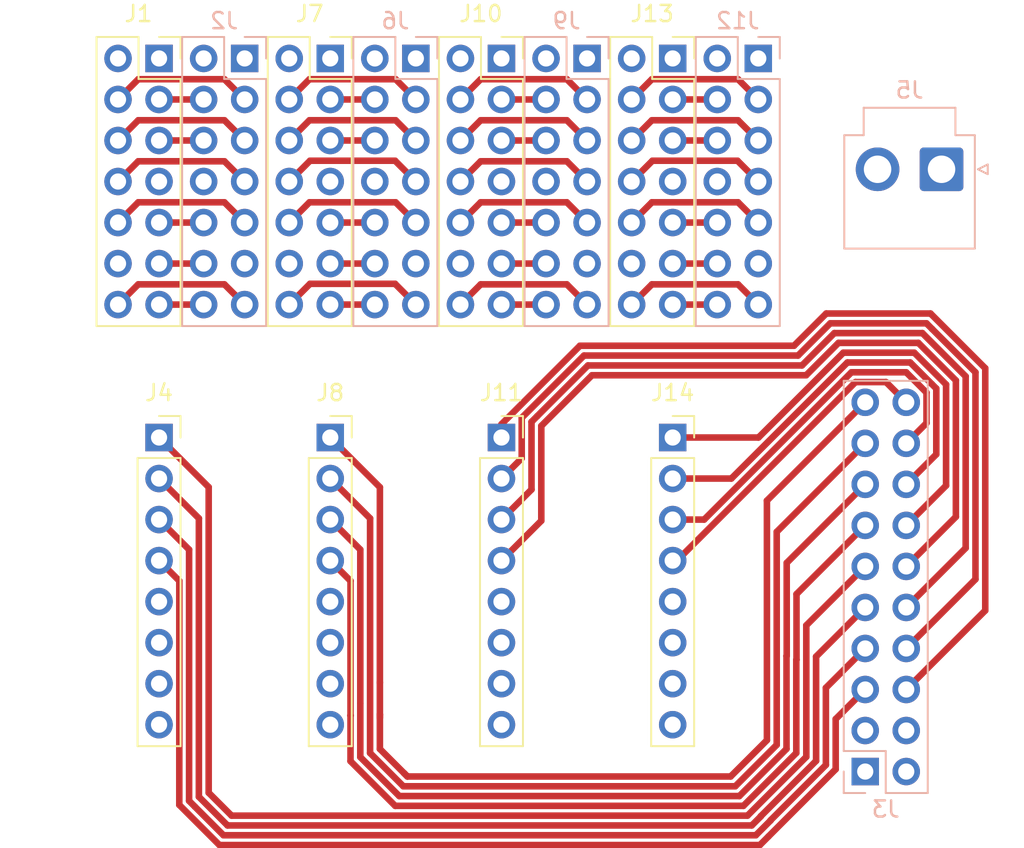
<source format=kicad_pcb>
(kicad_pcb (version 20171130) (host pcbnew "(5.1.6)-1")

  (general
    (thickness 1.6)
    (drawings 0)
    (tracks 215)
    (zones 0)
    (modules 14)
    (nets 82)
  )

  (page A4)
  (layers
    (0 F.Cu signal)
    (31 B.Cu signal)
    (32 B.Adhes user)
    (33 F.Adhes user)
    (34 B.Paste user)
    (35 F.Paste user)
    (36 B.SilkS user)
    (37 F.SilkS user)
    (38 B.Mask user)
    (39 F.Mask user)
    (40 Dwgs.User user)
    (41 Cmts.User user)
    (42 Eco1.User user)
    (43 Eco2.User user)
    (44 Edge.Cuts user)
    (45 Margin user)
    (46 B.CrtYd user)
    (47 F.CrtYd user)
    (48 B.Fab user)
    (49 F.Fab user)
  )

  (setup
    (last_trace_width 0.4064)
    (user_trace_width 0.254)
    (user_trace_width 0.3048)
    (user_trace_width 0.4064)
    (user_trace_width 0.508)
    (user_trace_width 0.9144)
    (user_trace_width 1.016)
    (user_trace_width 1.27)
    (trace_clearance 0.2)
    (zone_clearance 0.508)
    (zone_45_only no)
    (trace_min 0.2)
    (via_size 0.8)
    (via_drill 0.4)
    (via_min_size 0.4)
    (via_min_drill 0.3)
    (user_via 0.6 0.3)
    (uvia_size 0.3)
    (uvia_drill 0.1)
    (uvias_allowed no)
    (uvia_min_size 0.2)
    (uvia_min_drill 0.1)
    (edge_width 0.05)
    (segment_width 0.2)
    (pcb_text_width 0.3)
    (pcb_text_size 1.5 1.5)
    (mod_edge_width 0.12)
    (mod_text_size 1 1)
    (mod_text_width 0.15)
    (pad_size 1.524 1.524)
    (pad_drill 0.762)
    (pad_to_mask_clearance 0.05)
    (aux_axis_origin 0 0)
    (visible_elements 7FFFFFFF)
    (pcbplotparams
      (layerselection 0x010fc_ffffffff)
      (usegerberextensions false)
      (usegerberattributes true)
      (usegerberadvancedattributes true)
      (creategerberjobfile true)
      (excludeedgelayer true)
      (linewidth 0.100000)
      (plotframeref false)
      (viasonmask false)
      (mode 1)
      (useauxorigin false)
      (hpglpennumber 1)
      (hpglpenspeed 20)
      (hpglpendiameter 15.000000)
      (psnegative false)
      (psa4output false)
      (plotreference true)
      (plotvalue true)
      (plotinvisibletext false)
      (padsonsilk false)
      (subtractmaskfromsilk false)
      (outputformat 1)
      (mirror false)
      (drillshape 1)
      (scaleselection 1)
      (outputdirectory ""))
  )

  (net 0 "")
  (net 1 /HALL_C_N_1)
  (net 2 /HALL_C_P_1)
  (net 3 "Net-(J1-Pad12)")
  (net 4 /HALL_B_P_1)
  (net 5 /COIL_B_1)
  (net 6 +5V)
  (net 7 /COIL_C_1)
  (net 8 GND)
  (net 9 /COIL_A_1)
  (net 10 /HALL_B_N_1)
  (net 11 /HALL_A_P_1)
  (net 12 /HALL_A_N_1)
  (net 13 "Net-(J1-Pad2)")
  (net 14 "Net-(J1-Pad1)")
  (net 15 "Net-(J2-Pad11)")
  (net 16 "Net-(J2-Pad2)")
  (net 17 "Net-(J2-Pad1)")
  (net 18 /RD_3)
  (net 19 /FG_2)
  (net 20 /PWM_3)
  (net 21 /FR_2)
  (net 22 /FR_3)
  (net 23 /PWM_2)
  (net 24 /FG_3)
  (net 25 /RD_2)
  (net 26 /RD_4)
  (net 27 /FG_1)
  (net 28 /PWM_4)
  (net 29 /FR_1)
  (net 30 /FR_4)
  (net 31 /PWM_1)
  (net 32 /FG_4)
  (net 33 /RD_1)
  (net 34 "Net-(J3-Pad2)")
  (net 35 +3V3)
  (net 36 VCC)
  (net 37 /HALL_C_P_2)
  (net 38 /HALL_C_N_2)
  (net 39 /HALL_B_P_2)
  (net 40 "Net-(J6-Pad11)")
  (net 41 /COIL_B_2)
  (net 42 /COIL_C_2)
  (net 43 /HALL_B_N_2)
  (net 44 /COIL_A_2)
  (net 45 /HALL_A_N_2)
  (net 46 /HALL_A_P_2)
  (net 47 "Net-(J6-Pad2)")
  (net 48 "Net-(J6-Pad1)")
  (net 49 "Net-(J7-Pad12)")
  (net 50 "Net-(J7-Pad2)")
  (net 51 "Net-(J7-Pad1)")
  (net 52 /HALL_C_P_3)
  (net 53 /HALL_C_N_3)
  (net 54 /HALL_B_P_3)
  (net 55 "Net-(J9-Pad11)")
  (net 56 /COIL_B_3)
  (net 57 /COIL_C_3)
  (net 58 /HALL_B_N_3)
  (net 59 /COIL_A_3)
  (net 60 /HALL_A_N_3)
  (net 61 /HALL_A_P_3)
  (net 62 "Net-(J9-Pad2)")
  (net 63 "Net-(J9-Pad1)")
  (net 64 "Net-(J10-Pad12)")
  (net 65 "Net-(J10-Pad2)")
  (net 66 "Net-(J10-Pad1)")
  (net 67 /HALL_C_P_4)
  (net 68 /HALL_C_N_4)
  (net 69 /HALL_B_P_4)
  (net 70 "Net-(J12-Pad11)")
  (net 71 /COIL_B_4)
  (net 72 /COIL_C_4)
  (net 73 /HALL_B_N_4)
  (net 74 /COIL_A_4)
  (net 75 /HALL_A_N_4)
  (net 76 /HALL_A_P_4)
  (net 77 "Net-(J12-Pad2)")
  (net 78 "Net-(J12-Pad1)")
  (net 79 "Net-(J13-Pad12)")
  (net 80 "Net-(J13-Pad2)")
  (net 81 "Net-(J13-Pad1)")

  (net_class Default "This is the default net class."
    (clearance 0.2)
    (trace_width 0.25)
    (via_dia 0.8)
    (via_drill 0.4)
    (uvia_dia 0.3)
    (uvia_drill 0.1)
    (add_net +3V3)
    (add_net +5V)
    (add_net /COIL_A_1)
    (add_net /COIL_A_2)
    (add_net /COIL_A_3)
    (add_net /COIL_A_4)
    (add_net /COIL_B_1)
    (add_net /COIL_B_2)
    (add_net /COIL_B_3)
    (add_net /COIL_B_4)
    (add_net /COIL_C_1)
    (add_net /COIL_C_2)
    (add_net /COIL_C_3)
    (add_net /COIL_C_4)
    (add_net /FG_1)
    (add_net /FG_2)
    (add_net /FG_3)
    (add_net /FG_4)
    (add_net /FR_1)
    (add_net /FR_2)
    (add_net /FR_3)
    (add_net /FR_4)
    (add_net /HALL_A_N_1)
    (add_net /HALL_A_N_2)
    (add_net /HALL_A_N_3)
    (add_net /HALL_A_N_4)
    (add_net /HALL_A_P_1)
    (add_net /HALL_A_P_2)
    (add_net /HALL_A_P_3)
    (add_net /HALL_A_P_4)
    (add_net /HALL_B_N_1)
    (add_net /HALL_B_N_2)
    (add_net /HALL_B_N_3)
    (add_net /HALL_B_N_4)
    (add_net /HALL_B_P_1)
    (add_net /HALL_B_P_2)
    (add_net /HALL_B_P_3)
    (add_net /HALL_B_P_4)
    (add_net /HALL_C_N_1)
    (add_net /HALL_C_N_2)
    (add_net /HALL_C_N_3)
    (add_net /HALL_C_N_4)
    (add_net /HALL_C_P_1)
    (add_net /HALL_C_P_2)
    (add_net /HALL_C_P_3)
    (add_net /HALL_C_P_4)
    (add_net /PWM_1)
    (add_net /PWM_2)
    (add_net /PWM_3)
    (add_net /PWM_4)
    (add_net /RD_1)
    (add_net /RD_2)
    (add_net /RD_3)
    (add_net /RD_4)
    (add_net GND)
    (add_net "Net-(J1-Pad1)")
    (add_net "Net-(J1-Pad12)")
    (add_net "Net-(J1-Pad2)")
    (add_net "Net-(J10-Pad1)")
    (add_net "Net-(J10-Pad12)")
    (add_net "Net-(J10-Pad2)")
    (add_net "Net-(J12-Pad1)")
    (add_net "Net-(J12-Pad11)")
    (add_net "Net-(J12-Pad2)")
    (add_net "Net-(J13-Pad1)")
    (add_net "Net-(J13-Pad12)")
    (add_net "Net-(J13-Pad2)")
    (add_net "Net-(J2-Pad1)")
    (add_net "Net-(J2-Pad11)")
    (add_net "Net-(J2-Pad2)")
    (add_net "Net-(J3-Pad2)")
    (add_net "Net-(J6-Pad1)")
    (add_net "Net-(J6-Pad11)")
    (add_net "Net-(J6-Pad2)")
    (add_net "Net-(J7-Pad1)")
    (add_net "Net-(J7-Pad12)")
    (add_net "Net-(J7-Pad2)")
    (add_net "Net-(J9-Pad1)")
    (add_net "Net-(J9-Pad11)")
    (add_net "Net-(J9-Pad2)")
    (add_net VCC)
  )

  (module Connector_PinSocket_2.54mm:PinSocket_1x08_P2.54mm_Vertical (layer F.Cu) (tedit 5A19A420) (tstamp 5F19C809)
    (at 110 90.4696)
    (descr "Through hole straight socket strip, 1x08, 2.54mm pitch, single row (from Kicad 4.0.7), script generated")
    (tags "Through hole socket strip THT 1x08 2.54mm single row")
    (path /5F4B6756)
    (fp_text reference J4 (at 0 -2.77) (layer F.SilkS)
      (effects (font (size 1 1) (thickness 0.15)))
    )
    (fp_text value Conn_01x08_Female (at 0 20.55) (layer F.Fab)
      (effects (font (size 1 1) (thickness 0.15)))
    )
    (fp_line (start -1.8 19.55) (end -1.8 -1.8) (layer F.CrtYd) (width 0.05))
    (fp_line (start 1.75 19.55) (end -1.8 19.55) (layer F.CrtYd) (width 0.05))
    (fp_line (start 1.75 -1.8) (end 1.75 19.55) (layer F.CrtYd) (width 0.05))
    (fp_line (start -1.8 -1.8) (end 1.75 -1.8) (layer F.CrtYd) (width 0.05))
    (fp_line (start 0 -1.33) (end 1.33 -1.33) (layer F.SilkS) (width 0.12))
    (fp_line (start 1.33 -1.33) (end 1.33 0) (layer F.SilkS) (width 0.12))
    (fp_line (start 1.33 1.27) (end 1.33 19.11) (layer F.SilkS) (width 0.12))
    (fp_line (start -1.33 19.11) (end 1.33 19.11) (layer F.SilkS) (width 0.12))
    (fp_line (start -1.33 1.27) (end -1.33 19.11) (layer F.SilkS) (width 0.12))
    (fp_line (start -1.33 1.27) (end 1.33 1.27) (layer F.SilkS) (width 0.12))
    (fp_line (start -1.27 19.05) (end -1.27 -1.27) (layer F.Fab) (width 0.1))
    (fp_line (start 1.27 19.05) (end -1.27 19.05) (layer F.Fab) (width 0.1))
    (fp_line (start 1.27 -0.635) (end 1.27 19.05) (layer F.Fab) (width 0.1))
    (fp_line (start 0.635 -1.27) (end 1.27 -0.635) (layer F.Fab) (width 0.1))
    (fp_line (start -1.27 -1.27) (end 0.635 -1.27) (layer F.Fab) (width 0.1))
    (fp_text user %R (at 0 8.89 90) (layer F.Fab)
      (effects (font (size 1 1) (thickness 0.15)))
    )
    (pad 8 thru_hole oval (at 0 17.78) (size 1.7 1.7) (drill 1) (layers *.Cu *.Mask)
      (net 8 GND))
    (pad 7 thru_hole oval (at 0 15.24) (size 1.7 1.7) (drill 1) (layers *.Cu *.Mask)
      (net 36 VCC))
    (pad 6 thru_hole oval (at 0 12.7) (size 1.7 1.7) (drill 1) (layers *.Cu *.Mask)
      (net 6 +5V))
    (pad 5 thru_hole oval (at 0 10.16) (size 1.7 1.7) (drill 1) (layers *.Cu *.Mask)
      (net 35 +3V3))
    (pad 4 thru_hole oval (at 0 7.62) (size 1.7 1.7) (drill 1) (layers *.Cu *.Mask)
      (net 33 /RD_1))
    (pad 3 thru_hole oval (at 0 5.08) (size 1.7 1.7) (drill 1) (layers *.Cu *.Mask)
      (net 31 /PWM_1))
    (pad 2 thru_hole oval (at 0 2.54) (size 1.7 1.7) (drill 1) (layers *.Cu *.Mask)
      (net 29 /FR_1))
    (pad 1 thru_hole rect (at 0 0) (size 1.7 1.7) (drill 1) (layers *.Cu *.Mask)
      (net 27 /FG_1))
    (model ${KISYS3DMOD}/Connector_PinSocket_2.54mm.3dshapes/PinSocket_1x08_P2.54mm_Vertical.wrl
      (at (xyz 0 0 0))
      (scale (xyz 1 1 1))
      (rotate (xyz 0 0 0))
    )
  )

  (module Connector_PinSocket_2.54mm:PinSocket_1x08_P2.54mm_Vertical (layer F.Cu) (tedit 5A19A420) (tstamp 5F19C8F0)
    (at 131.2 90.4696)
    (descr "Through hole straight socket strip, 1x08, 2.54mm pitch, single row (from Kicad 4.0.7), script generated")
    (tags "Through hole socket strip THT 1x08 2.54mm single row")
    (path /5F4ED936)
    (fp_text reference J11 (at 0 -2.77) (layer F.SilkS)
      (effects (font (size 1 1) (thickness 0.15)))
    )
    (fp_text value Conn_01x08_Female (at 0 20.55) (layer F.Fab)
      (effects (font (size 1 1) (thickness 0.15)))
    )
    (fp_line (start -1.8 19.55) (end -1.8 -1.8) (layer F.CrtYd) (width 0.05))
    (fp_line (start 1.75 19.55) (end -1.8 19.55) (layer F.CrtYd) (width 0.05))
    (fp_line (start 1.75 -1.8) (end 1.75 19.55) (layer F.CrtYd) (width 0.05))
    (fp_line (start -1.8 -1.8) (end 1.75 -1.8) (layer F.CrtYd) (width 0.05))
    (fp_line (start 0 -1.33) (end 1.33 -1.33) (layer F.SilkS) (width 0.12))
    (fp_line (start 1.33 -1.33) (end 1.33 0) (layer F.SilkS) (width 0.12))
    (fp_line (start 1.33 1.27) (end 1.33 19.11) (layer F.SilkS) (width 0.12))
    (fp_line (start -1.33 19.11) (end 1.33 19.11) (layer F.SilkS) (width 0.12))
    (fp_line (start -1.33 1.27) (end -1.33 19.11) (layer F.SilkS) (width 0.12))
    (fp_line (start -1.33 1.27) (end 1.33 1.27) (layer F.SilkS) (width 0.12))
    (fp_line (start -1.27 19.05) (end -1.27 -1.27) (layer F.Fab) (width 0.1))
    (fp_line (start 1.27 19.05) (end -1.27 19.05) (layer F.Fab) (width 0.1))
    (fp_line (start 1.27 -0.635) (end 1.27 19.05) (layer F.Fab) (width 0.1))
    (fp_line (start 0.635 -1.27) (end 1.27 -0.635) (layer F.Fab) (width 0.1))
    (fp_line (start -1.27 -1.27) (end 0.635 -1.27) (layer F.Fab) (width 0.1))
    (fp_text user %R (at 0 8.89 90) (layer F.Fab)
      (effects (font (size 1 1) (thickness 0.15)))
    )
    (pad 8 thru_hole oval (at 0 17.78) (size 1.7 1.7) (drill 1) (layers *.Cu *.Mask)
      (net 8 GND))
    (pad 7 thru_hole oval (at 0 15.24) (size 1.7 1.7) (drill 1) (layers *.Cu *.Mask)
      (net 36 VCC))
    (pad 6 thru_hole oval (at 0 12.7) (size 1.7 1.7) (drill 1) (layers *.Cu *.Mask)
      (net 6 +5V))
    (pad 5 thru_hole oval (at 0 10.16) (size 1.7 1.7) (drill 1) (layers *.Cu *.Mask)
      (net 35 +3V3))
    (pad 4 thru_hole oval (at 0 7.62) (size 1.7 1.7) (drill 1) (layers *.Cu *.Mask)
      (net 18 /RD_3))
    (pad 3 thru_hole oval (at 0 5.08) (size 1.7 1.7) (drill 1) (layers *.Cu *.Mask)
      (net 20 /PWM_3))
    (pad 2 thru_hole oval (at 0 2.54) (size 1.7 1.7) (drill 1) (layers *.Cu *.Mask)
      (net 22 /FR_3))
    (pad 1 thru_hole rect (at 0 0) (size 1.7 1.7) (drill 1) (layers *.Cu *.Mask)
      (net 24 /FG_3))
    (model ${KISYS3DMOD}/Connector_PinSocket_2.54mm.3dshapes/PinSocket_1x08_P2.54mm_Vertical.wrl
      (at (xyz 0 0 0))
      (scale (xyz 1 1 1))
      (rotate (xyz 0 0 0))
    )
  )

  (module Connector_PinSocket_2.54mm:PinSocket_1x08_P2.54mm_Vertical (layer F.Cu) (tedit 5A19A420) (tstamp 5F19C954)
    (at 141.8 90.4696)
    (descr "Through hole straight socket strip, 1x08, 2.54mm pitch, single row (from Kicad 4.0.7), script generated")
    (tags "Through hole socket strip THT 1x08 2.54mm single row")
    (path /5F4F2DF6)
    (fp_text reference J14 (at 0 -2.77) (layer F.SilkS)
      (effects (font (size 1 1) (thickness 0.15)))
    )
    (fp_text value Conn_01x08_Female (at 0 20.55) (layer F.Fab)
      (effects (font (size 1 1) (thickness 0.15)))
    )
    (fp_line (start -1.8 19.55) (end -1.8 -1.8) (layer F.CrtYd) (width 0.05))
    (fp_line (start 1.75 19.55) (end -1.8 19.55) (layer F.CrtYd) (width 0.05))
    (fp_line (start 1.75 -1.8) (end 1.75 19.55) (layer F.CrtYd) (width 0.05))
    (fp_line (start -1.8 -1.8) (end 1.75 -1.8) (layer F.CrtYd) (width 0.05))
    (fp_line (start 0 -1.33) (end 1.33 -1.33) (layer F.SilkS) (width 0.12))
    (fp_line (start 1.33 -1.33) (end 1.33 0) (layer F.SilkS) (width 0.12))
    (fp_line (start 1.33 1.27) (end 1.33 19.11) (layer F.SilkS) (width 0.12))
    (fp_line (start -1.33 19.11) (end 1.33 19.11) (layer F.SilkS) (width 0.12))
    (fp_line (start -1.33 1.27) (end -1.33 19.11) (layer F.SilkS) (width 0.12))
    (fp_line (start -1.33 1.27) (end 1.33 1.27) (layer F.SilkS) (width 0.12))
    (fp_line (start -1.27 19.05) (end -1.27 -1.27) (layer F.Fab) (width 0.1))
    (fp_line (start 1.27 19.05) (end -1.27 19.05) (layer F.Fab) (width 0.1))
    (fp_line (start 1.27 -0.635) (end 1.27 19.05) (layer F.Fab) (width 0.1))
    (fp_line (start 0.635 -1.27) (end 1.27 -0.635) (layer F.Fab) (width 0.1))
    (fp_line (start -1.27 -1.27) (end 0.635 -1.27) (layer F.Fab) (width 0.1))
    (fp_text user %R (at 0 8.89 90) (layer F.Fab)
      (effects (font (size 1 1) (thickness 0.15)))
    )
    (pad 8 thru_hole oval (at 0 17.78) (size 1.7 1.7) (drill 1) (layers *.Cu *.Mask)
      (net 8 GND))
    (pad 7 thru_hole oval (at 0 15.24) (size 1.7 1.7) (drill 1) (layers *.Cu *.Mask)
      (net 36 VCC))
    (pad 6 thru_hole oval (at 0 12.7) (size 1.7 1.7) (drill 1) (layers *.Cu *.Mask)
      (net 6 +5V))
    (pad 5 thru_hole oval (at 0 10.16) (size 1.7 1.7) (drill 1) (layers *.Cu *.Mask)
      (net 35 +3V3))
    (pad 4 thru_hole oval (at 0 7.62) (size 1.7 1.7) (drill 1) (layers *.Cu *.Mask)
      (net 26 /RD_4))
    (pad 3 thru_hole oval (at 0 5.08) (size 1.7 1.7) (drill 1) (layers *.Cu *.Mask)
      (net 28 /PWM_4))
    (pad 2 thru_hole oval (at 0 2.54) (size 1.7 1.7) (drill 1) (layers *.Cu *.Mask)
      (net 30 /FR_4))
    (pad 1 thru_hole rect (at 0 0) (size 1.7 1.7) (drill 1) (layers *.Cu *.Mask)
      (net 32 /FG_4))
    (model ${KISYS3DMOD}/Connector_PinSocket_2.54mm.3dshapes/PinSocket_1x08_P2.54mm_Vertical.wrl
      (at (xyz 0 0 0))
      (scale (xyz 1 1 1))
      (rotate (xyz 0 0 0))
    )
  )

  (module Connector_PinSocket_2.54mm:PinSocket_2x07_P2.54mm_Vertical (layer F.Cu) (tedit 5A19A421) (tstamp 5F19D7DE)
    (at 141.8 67)
    (descr "Through hole straight socket strip, 2x07, 2.54mm pitch, double cols (from Kicad 4.0.7), script generated")
    (tags "Through hole socket strip THT 2x07 2.54mm double row")
    (path /5F4F2E1F)
    (fp_text reference J13 (at -1.27 -2.77) (layer F.SilkS)
      (effects (font (size 1 1) (thickness 0.15)))
    )
    (fp_text value Conn_02x07_Odd_Even (at -1.27 18.01) (layer F.Fab)
      (effects (font (size 1 1) (thickness 0.15)))
    )
    (fp_line (start -4.34 17) (end -4.34 -1.8) (layer F.CrtYd) (width 0.05))
    (fp_line (start 1.76 17) (end -4.34 17) (layer F.CrtYd) (width 0.05))
    (fp_line (start 1.76 -1.8) (end 1.76 17) (layer F.CrtYd) (width 0.05))
    (fp_line (start -4.34 -1.8) (end 1.76 -1.8) (layer F.CrtYd) (width 0.05))
    (fp_line (start 0 -1.33) (end 1.33 -1.33) (layer F.SilkS) (width 0.12))
    (fp_line (start 1.33 -1.33) (end 1.33 0) (layer F.SilkS) (width 0.12))
    (fp_line (start -1.27 -1.33) (end -1.27 1.27) (layer F.SilkS) (width 0.12))
    (fp_line (start -1.27 1.27) (end 1.33 1.27) (layer F.SilkS) (width 0.12))
    (fp_line (start 1.33 1.27) (end 1.33 16.57) (layer F.SilkS) (width 0.12))
    (fp_line (start -3.87 16.57) (end 1.33 16.57) (layer F.SilkS) (width 0.12))
    (fp_line (start -3.87 -1.33) (end -3.87 16.57) (layer F.SilkS) (width 0.12))
    (fp_line (start -3.87 -1.33) (end -1.27 -1.33) (layer F.SilkS) (width 0.12))
    (fp_line (start -3.81 16.51) (end -3.81 -1.27) (layer F.Fab) (width 0.1))
    (fp_line (start 1.27 16.51) (end -3.81 16.51) (layer F.Fab) (width 0.1))
    (fp_line (start 1.27 -0.27) (end 1.27 16.51) (layer F.Fab) (width 0.1))
    (fp_line (start 0.27 -1.27) (end 1.27 -0.27) (layer F.Fab) (width 0.1))
    (fp_line (start -3.81 -1.27) (end 0.27 -1.27) (layer F.Fab) (width 0.1))
    (fp_text user %R (at -1.27 7.62 90) (layer F.Fab)
      (effects (font (size 1 1) (thickness 0.15)))
    )
    (pad 14 thru_hole oval (at -2.54 15.24) (size 1.7 1.7) (drill 1) (layers *.Cu *.Mask)
      (net 68 /HALL_C_N_4))
    (pad 13 thru_hole oval (at 0 15.24) (size 1.7 1.7) (drill 1) (layers *.Cu *.Mask)
      (net 67 /HALL_C_P_4))
    (pad 12 thru_hole oval (at -2.54 12.7) (size 1.7 1.7) (drill 1) (layers *.Cu *.Mask)
      (net 79 "Net-(J13-Pad12)"))
    (pad 11 thru_hole oval (at 0 12.7) (size 1.7 1.7) (drill 1) (layers *.Cu *.Mask)
      (net 69 /HALL_B_P_4))
    (pad 10 thru_hole oval (at -2.54 10.16) (size 1.7 1.7) (drill 1) (layers *.Cu *.Mask)
      (net 71 /COIL_B_4))
    (pad 9 thru_hole oval (at 0 10.16) (size 1.7 1.7) (drill 1) (layers *.Cu *.Mask)
      (net 6 +5V))
    (pad 8 thru_hole oval (at -2.54 7.62) (size 1.7 1.7) (drill 1) (layers *.Cu *.Mask)
      (net 72 /COIL_C_4))
    (pad 7 thru_hole oval (at 0 7.62) (size 1.7 1.7) (drill 1) (layers *.Cu *.Mask)
      (net 8 GND))
    (pad 6 thru_hole oval (at -2.54 5.08) (size 1.7 1.7) (drill 1) (layers *.Cu *.Mask)
      (net 74 /COIL_A_4))
    (pad 5 thru_hole oval (at 0 5.08) (size 1.7 1.7) (drill 1) (layers *.Cu *.Mask)
      (net 73 /HALL_B_N_4))
    (pad 4 thru_hole oval (at -2.54 2.54) (size 1.7 1.7) (drill 1) (layers *.Cu *.Mask)
      (net 76 /HALL_A_P_4))
    (pad 3 thru_hole oval (at 0 2.54) (size 1.7 1.7) (drill 1) (layers *.Cu *.Mask)
      (net 75 /HALL_A_N_4))
    (pad 2 thru_hole oval (at -2.54 0) (size 1.7 1.7) (drill 1) (layers *.Cu *.Mask)
      (net 80 "Net-(J13-Pad2)"))
    (pad 1 thru_hole rect (at 0 0) (size 1.7 1.7) (drill 1) (layers *.Cu *.Mask)
      (net 81 "Net-(J13-Pad1)"))
    (model ${KISYS3DMOD}/Connector_PinSocket_2.54mm.3dshapes/PinSocket_2x07_P2.54mm_Vertical.wrl
      (at (xyz 0 0 0))
      (scale (xyz 1 1 1))
      (rotate (xyz 0 0 0))
    )
  )

  (module Connector_PinHeader_2.54mm:PinHeader_2x07_P2.54mm_Vertical (layer B.Cu) (tedit 59FED5CC) (tstamp 5F19C914)
    (at 147.1 67 180)
    (descr "Through hole straight pin header, 2x07, 2.54mm pitch, double rows")
    (tags "Through hole pin header THT 2x07 2.54mm double row")
    (path /5F57DF05)
    (fp_text reference J12 (at 1.27 2.33) (layer B.SilkS)
      (effects (font (size 1 1) (thickness 0.15)) (justify mirror))
    )
    (fp_text value Conn_02x07_Odd_Even (at 1.27 -17.57) (layer B.Fab)
      (effects (font (size 1 1) (thickness 0.15)) (justify mirror))
    )
    (fp_line (start 4.35 1.8) (end -1.8 1.8) (layer B.CrtYd) (width 0.05))
    (fp_line (start 4.35 -17.05) (end 4.35 1.8) (layer B.CrtYd) (width 0.05))
    (fp_line (start -1.8 -17.05) (end 4.35 -17.05) (layer B.CrtYd) (width 0.05))
    (fp_line (start -1.8 1.8) (end -1.8 -17.05) (layer B.CrtYd) (width 0.05))
    (fp_line (start -1.33 1.33) (end 0 1.33) (layer B.SilkS) (width 0.12))
    (fp_line (start -1.33 0) (end -1.33 1.33) (layer B.SilkS) (width 0.12))
    (fp_line (start 1.27 1.33) (end 3.87 1.33) (layer B.SilkS) (width 0.12))
    (fp_line (start 1.27 -1.27) (end 1.27 1.33) (layer B.SilkS) (width 0.12))
    (fp_line (start -1.33 -1.27) (end 1.27 -1.27) (layer B.SilkS) (width 0.12))
    (fp_line (start 3.87 1.33) (end 3.87 -16.57) (layer B.SilkS) (width 0.12))
    (fp_line (start -1.33 -1.27) (end -1.33 -16.57) (layer B.SilkS) (width 0.12))
    (fp_line (start -1.33 -16.57) (end 3.87 -16.57) (layer B.SilkS) (width 0.12))
    (fp_line (start -1.27 0) (end 0 1.27) (layer B.Fab) (width 0.1))
    (fp_line (start -1.27 -16.51) (end -1.27 0) (layer B.Fab) (width 0.1))
    (fp_line (start 3.81 -16.51) (end -1.27 -16.51) (layer B.Fab) (width 0.1))
    (fp_line (start 3.81 1.27) (end 3.81 -16.51) (layer B.Fab) (width 0.1))
    (fp_line (start 0 1.27) (end 3.81 1.27) (layer B.Fab) (width 0.1))
    (fp_text user %R (at 1.27 -7.62 -90) (layer B.Fab)
      (effects (font (size 1 1) (thickness 0.15)) (justify mirror))
    )
    (pad 14 thru_hole oval (at 2.54 -15.24 180) (size 1.7 1.7) (drill 1) (layers *.Cu *.Mask)
      (net 67 /HALL_C_P_4))
    (pad 13 thru_hole oval (at 0 -15.24 180) (size 1.7 1.7) (drill 1) (layers *.Cu *.Mask)
      (net 68 /HALL_C_N_4))
    (pad 12 thru_hole oval (at 2.54 -12.7 180) (size 1.7 1.7) (drill 1) (layers *.Cu *.Mask)
      (net 69 /HALL_B_P_4))
    (pad 11 thru_hole oval (at 0 -12.7 180) (size 1.7 1.7) (drill 1) (layers *.Cu *.Mask)
      (net 70 "Net-(J12-Pad11)"))
    (pad 10 thru_hole oval (at 2.54 -10.16 180) (size 1.7 1.7) (drill 1) (layers *.Cu *.Mask)
      (net 6 +5V))
    (pad 9 thru_hole oval (at 0 -10.16 180) (size 1.7 1.7) (drill 1) (layers *.Cu *.Mask)
      (net 71 /COIL_B_4))
    (pad 8 thru_hole oval (at 2.54 -7.62 180) (size 1.7 1.7) (drill 1) (layers *.Cu *.Mask)
      (net 8 GND))
    (pad 7 thru_hole oval (at 0 -7.62 180) (size 1.7 1.7) (drill 1) (layers *.Cu *.Mask)
      (net 72 /COIL_C_4))
    (pad 6 thru_hole oval (at 2.54 -5.08 180) (size 1.7 1.7) (drill 1) (layers *.Cu *.Mask)
      (net 73 /HALL_B_N_4))
    (pad 5 thru_hole oval (at 0 -5.08 180) (size 1.7 1.7) (drill 1) (layers *.Cu *.Mask)
      (net 74 /COIL_A_4))
    (pad 4 thru_hole oval (at 2.54 -2.54 180) (size 1.7 1.7) (drill 1) (layers *.Cu *.Mask)
      (net 75 /HALL_A_N_4))
    (pad 3 thru_hole oval (at 0 -2.54 180) (size 1.7 1.7) (drill 1) (layers *.Cu *.Mask)
      (net 76 /HALL_A_P_4))
    (pad 2 thru_hole oval (at 2.54 0 180) (size 1.7 1.7) (drill 1) (layers *.Cu *.Mask)
      (net 77 "Net-(J12-Pad2)"))
    (pad 1 thru_hole rect (at 0 0 180) (size 1.7 1.7) (drill 1) (layers *.Cu *.Mask)
      (net 78 "Net-(J12-Pad1)"))
    (model ${KISYS3DMOD}/Connector_PinHeader_2.54mm.3dshapes/PinHeader_2x07_P2.54mm_Vertical.wrl
      (at (xyz 0 0 0))
      (scale (xyz 1 1 1))
      (rotate (xyz 0 0 0))
    )
  )

  (module Connector_PinSocket_2.54mm:PinSocket_2x07_P2.54mm_Vertical (layer F.Cu) (tedit 5A19A421) (tstamp 5F19C8D4)
    (at 131.2 67)
    (descr "Through hole straight socket strip, 2x07, 2.54mm pitch, double cols (from Kicad 4.0.7), script generated")
    (tags "Through hole socket strip THT 2x07 2.54mm double row")
    (path /5F4ED95F)
    (fp_text reference J10 (at -1.27 -2.77) (layer F.SilkS)
      (effects (font (size 1 1) (thickness 0.15)))
    )
    (fp_text value Conn_02x07_Odd_Even (at -1.27 18.01) (layer F.Fab)
      (effects (font (size 1 1) (thickness 0.15)))
    )
    (fp_line (start -4.34 17) (end -4.34 -1.8) (layer F.CrtYd) (width 0.05))
    (fp_line (start 1.76 17) (end -4.34 17) (layer F.CrtYd) (width 0.05))
    (fp_line (start 1.76 -1.8) (end 1.76 17) (layer F.CrtYd) (width 0.05))
    (fp_line (start -4.34 -1.8) (end 1.76 -1.8) (layer F.CrtYd) (width 0.05))
    (fp_line (start 0 -1.33) (end 1.33 -1.33) (layer F.SilkS) (width 0.12))
    (fp_line (start 1.33 -1.33) (end 1.33 0) (layer F.SilkS) (width 0.12))
    (fp_line (start -1.27 -1.33) (end -1.27 1.27) (layer F.SilkS) (width 0.12))
    (fp_line (start -1.27 1.27) (end 1.33 1.27) (layer F.SilkS) (width 0.12))
    (fp_line (start 1.33 1.27) (end 1.33 16.57) (layer F.SilkS) (width 0.12))
    (fp_line (start -3.87 16.57) (end 1.33 16.57) (layer F.SilkS) (width 0.12))
    (fp_line (start -3.87 -1.33) (end -3.87 16.57) (layer F.SilkS) (width 0.12))
    (fp_line (start -3.87 -1.33) (end -1.27 -1.33) (layer F.SilkS) (width 0.12))
    (fp_line (start -3.81 16.51) (end -3.81 -1.27) (layer F.Fab) (width 0.1))
    (fp_line (start 1.27 16.51) (end -3.81 16.51) (layer F.Fab) (width 0.1))
    (fp_line (start 1.27 -0.27) (end 1.27 16.51) (layer F.Fab) (width 0.1))
    (fp_line (start 0.27 -1.27) (end 1.27 -0.27) (layer F.Fab) (width 0.1))
    (fp_line (start -3.81 -1.27) (end 0.27 -1.27) (layer F.Fab) (width 0.1))
    (fp_text user %R (at -1.27 7.62 90) (layer F.Fab)
      (effects (font (size 1 1) (thickness 0.15)))
    )
    (pad 14 thru_hole oval (at -2.54 15.24) (size 1.7 1.7) (drill 1) (layers *.Cu *.Mask)
      (net 53 /HALL_C_N_3))
    (pad 13 thru_hole oval (at 0 15.24) (size 1.7 1.7) (drill 1) (layers *.Cu *.Mask)
      (net 52 /HALL_C_P_3))
    (pad 12 thru_hole oval (at -2.54 12.7) (size 1.7 1.7) (drill 1) (layers *.Cu *.Mask)
      (net 64 "Net-(J10-Pad12)"))
    (pad 11 thru_hole oval (at 0 12.7) (size 1.7 1.7) (drill 1) (layers *.Cu *.Mask)
      (net 54 /HALL_B_P_3))
    (pad 10 thru_hole oval (at -2.54 10.16) (size 1.7 1.7) (drill 1) (layers *.Cu *.Mask)
      (net 56 /COIL_B_3))
    (pad 9 thru_hole oval (at 0 10.16) (size 1.7 1.7) (drill 1) (layers *.Cu *.Mask)
      (net 6 +5V))
    (pad 8 thru_hole oval (at -2.54 7.62) (size 1.7 1.7) (drill 1) (layers *.Cu *.Mask)
      (net 57 /COIL_C_3))
    (pad 7 thru_hole oval (at 0 7.62) (size 1.7 1.7) (drill 1) (layers *.Cu *.Mask)
      (net 8 GND))
    (pad 6 thru_hole oval (at -2.54 5.08) (size 1.7 1.7) (drill 1) (layers *.Cu *.Mask)
      (net 59 /COIL_A_3))
    (pad 5 thru_hole oval (at 0 5.08) (size 1.7 1.7) (drill 1) (layers *.Cu *.Mask)
      (net 58 /HALL_B_N_3))
    (pad 4 thru_hole oval (at -2.54 2.54) (size 1.7 1.7) (drill 1) (layers *.Cu *.Mask)
      (net 61 /HALL_A_P_3))
    (pad 3 thru_hole oval (at 0 2.54) (size 1.7 1.7) (drill 1) (layers *.Cu *.Mask)
      (net 60 /HALL_A_N_3))
    (pad 2 thru_hole oval (at -2.54 0) (size 1.7 1.7) (drill 1) (layers *.Cu *.Mask)
      (net 65 "Net-(J10-Pad2)"))
    (pad 1 thru_hole rect (at 0 0) (size 1.7 1.7) (drill 1) (layers *.Cu *.Mask)
      (net 66 "Net-(J10-Pad1)"))
    (model ${KISYS3DMOD}/Connector_PinSocket_2.54mm.3dshapes/PinSocket_2x07_P2.54mm_Vertical.wrl
      (at (xyz 0 0 0))
      (scale (xyz 1 1 1))
      (rotate (xyz 0 0 0))
    )
  )

  (module Connector_PinHeader_2.54mm:PinHeader_2x07_P2.54mm_Vertical (layer B.Cu) (tedit 59FED5CC) (tstamp 5F19C8B0)
    (at 136.5 67 180)
    (descr "Through hole straight pin header, 2x07, 2.54mm pitch, double rows")
    (tags "Through hole pin header THT 2x07 2.54mm double row")
    (path /5F57650E)
    (fp_text reference J9 (at 1.27 2.33) (layer B.SilkS)
      (effects (font (size 1 1) (thickness 0.15)) (justify mirror))
    )
    (fp_text value Conn_02x07_Odd_Even (at 1.27 -17.57) (layer B.Fab)
      (effects (font (size 1 1) (thickness 0.15)) (justify mirror))
    )
    (fp_line (start 4.35 1.8) (end -1.8 1.8) (layer B.CrtYd) (width 0.05))
    (fp_line (start 4.35 -17.05) (end 4.35 1.8) (layer B.CrtYd) (width 0.05))
    (fp_line (start -1.8 -17.05) (end 4.35 -17.05) (layer B.CrtYd) (width 0.05))
    (fp_line (start -1.8 1.8) (end -1.8 -17.05) (layer B.CrtYd) (width 0.05))
    (fp_line (start -1.33 1.33) (end 0 1.33) (layer B.SilkS) (width 0.12))
    (fp_line (start -1.33 0) (end -1.33 1.33) (layer B.SilkS) (width 0.12))
    (fp_line (start 1.27 1.33) (end 3.87 1.33) (layer B.SilkS) (width 0.12))
    (fp_line (start 1.27 -1.27) (end 1.27 1.33) (layer B.SilkS) (width 0.12))
    (fp_line (start -1.33 -1.27) (end 1.27 -1.27) (layer B.SilkS) (width 0.12))
    (fp_line (start 3.87 1.33) (end 3.87 -16.57) (layer B.SilkS) (width 0.12))
    (fp_line (start -1.33 -1.27) (end -1.33 -16.57) (layer B.SilkS) (width 0.12))
    (fp_line (start -1.33 -16.57) (end 3.87 -16.57) (layer B.SilkS) (width 0.12))
    (fp_line (start -1.27 0) (end 0 1.27) (layer B.Fab) (width 0.1))
    (fp_line (start -1.27 -16.51) (end -1.27 0) (layer B.Fab) (width 0.1))
    (fp_line (start 3.81 -16.51) (end -1.27 -16.51) (layer B.Fab) (width 0.1))
    (fp_line (start 3.81 1.27) (end 3.81 -16.51) (layer B.Fab) (width 0.1))
    (fp_line (start 0 1.27) (end 3.81 1.27) (layer B.Fab) (width 0.1))
    (fp_text user %R (at 1.27 -7.62 270) (layer B.Fab)
      (effects (font (size 1 1) (thickness 0.15)) (justify mirror))
    )
    (pad 14 thru_hole oval (at 2.54 -15.24 180) (size 1.7 1.7) (drill 1) (layers *.Cu *.Mask)
      (net 52 /HALL_C_P_3))
    (pad 13 thru_hole oval (at 0 -15.24 180) (size 1.7 1.7) (drill 1) (layers *.Cu *.Mask)
      (net 53 /HALL_C_N_3))
    (pad 12 thru_hole oval (at 2.54 -12.7 180) (size 1.7 1.7) (drill 1) (layers *.Cu *.Mask)
      (net 54 /HALL_B_P_3))
    (pad 11 thru_hole oval (at 0 -12.7 180) (size 1.7 1.7) (drill 1) (layers *.Cu *.Mask)
      (net 55 "Net-(J9-Pad11)"))
    (pad 10 thru_hole oval (at 2.54 -10.16 180) (size 1.7 1.7) (drill 1) (layers *.Cu *.Mask)
      (net 6 +5V))
    (pad 9 thru_hole oval (at 0 -10.16 180) (size 1.7 1.7) (drill 1) (layers *.Cu *.Mask)
      (net 56 /COIL_B_3))
    (pad 8 thru_hole oval (at 2.54 -7.62 180) (size 1.7 1.7) (drill 1) (layers *.Cu *.Mask)
      (net 8 GND))
    (pad 7 thru_hole oval (at 0 -7.62 180) (size 1.7 1.7) (drill 1) (layers *.Cu *.Mask)
      (net 57 /COIL_C_3))
    (pad 6 thru_hole oval (at 2.54 -5.08 180) (size 1.7 1.7) (drill 1) (layers *.Cu *.Mask)
      (net 58 /HALL_B_N_3))
    (pad 5 thru_hole oval (at 0 -5.08 180) (size 1.7 1.7) (drill 1) (layers *.Cu *.Mask)
      (net 59 /COIL_A_3))
    (pad 4 thru_hole oval (at 2.54 -2.54 180) (size 1.7 1.7) (drill 1) (layers *.Cu *.Mask)
      (net 60 /HALL_A_N_3))
    (pad 3 thru_hole oval (at 0 -2.54 180) (size 1.7 1.7) (drill 1) (layers *.Cu *.Mask)
      (net 61 /HALL_A_P_3))
    (pad 2 thru_hole oval (at 2.54 0 180) (size 1.7 1.7) (drill 1) (layers *.Cu *.Mask)
      (net 62 "Net-(J9-Pad2)"))
    (pad 1 thru_hole rect (at 0 0 180) (size 1.7 1.7) (drill 1) (layers *.Cu *.Mask)
      (net 63 "Net-(J9-Pad1)"))
    (model ${KISYS3DMOD}/Connector_PinHeader_2.54mm.3dshapes/PinHeader_2x07_P2.54mm_Vertical.wrl
      (at (xyz 0 0 0))
      (scale (xyz 1 1 1))
      (rotate (xyz 0 0 0))
    )
  )

  (module Connector_PinSocket_2.54mm:PinSocket_1x08_P2.54mm_Vertical (layer F.Cu) (tedit 5A19A420) (tstamp 5F19C88C)
    (at 120.6 90.4696)
    (descr "Through hole straight socket strip, 1x08, 2.54mm pitch, single row (from Kicad 4.0.7), script generated")
    (tags "Through hole socket strip THT 1x08 2.54mm single row")
    (path /5F4E948B)
    (fp_text reference J8 (at 0 -2.77) (layer F.SilkS)
      (effects (font (size 1 1) (thickness 0.15)))
    )
    (fp_text value Conn_01x08_Female (at 0 20.55) (layer F.Fab)
      (effects (font (size 1 1) (thickness 0.15)))
    )
    (fp_line (start -1.8 19.55) (end -1.8 -1.8) (layer F.CrtYd) (width 0.05))
    (fp_line (start 1.75 19.55) (end -1.8 19.55) (layer F.CrtYd) (width 0.05))
    (fp_line (start 1.75 -1.8) (end 1.75 19.55) (layer F.CrtYd) (width 0.05))
    (fp_line (start -1.8 -1.8) (end 1.75 -1.8) (layer F.CrtYd) (width 0.05))
    (fp_line (start 0 -1.33) (end 1.33 -1.33) (layer F.SilkS) (width 0.12))
    (fp_line (start 1.33 -1.33) (end 1.33 0) (layer F.SilkS) (width 0.12))
    (fp_line (start 1.33 1.27) (end 1.33 19.11) (layer F.SilkS) (width 0.12))
    (fp_line (start -1.33 19.11) (end 1.33 19.11) (layer F.SilkS) (width 0.12))
    (fp_line (start -1.33 1.27) (end -1.33 19.11) (layer F.SilkS) (width 0.12))
    (fp_line (start -1.33 1.27) (end 1.33 1.27) (layer F.SilkS) (width 0.12))
    (fp_line (start -1.27 19.05) (end -1.27 -1.27) (layer F.Fab) (width 0.1))
    (fp_line (start 1.27 19.05) (end -1.27 19.05) (layer F.Fab) (width 0.1))
    (fp_line (start 1.27 -0.635) (end 1.27 19.05) (layer F.Fab) (width 0.1))
    (fp_line (start 0.635 -1.27) (end 1.27 -0.635) (layer F.Fab) (width 0.1))
    (fp_line (start -1.27 -1.27) (end 0.635 -1.27) (layer F.Fab) (width 0.1))
    (fp_text user %R (at 0 8.89 90) (layer F.Fab)
      (effects (font (size 1 1) (thickness 0.15)))
    )
    (pad 8 thru_hole oval (at 0 17.78) (size 1.7 1.7) (drill 1) (layers *.Cu *.Mask)
      (net 8 GND))
    (pad 7 thru_hole oval (at 0 15.24) (size 1.7 1.7) (drill 1) (layers *.Cu *.Mask)
      (net 36 VCC))
    (pad 6 thru_hole oval (at 0 12.7) (size 1.7 1.7) (drill 1) (layers *.Cu *.Mask)
      (net 6 +5V))
    (pad 5 thru_hole oval (at 0 10.16) (size 1.7 1.7) (drill 1) (layers *.Cu *.Mask)
      (net 35 +3V3))
    (pad 4 thru_hole oval (at 0 7.62) (size 1.7 1.7) (drill 1) (layers *.Cu *.Mask)
      (net 25 /RD_2))
    (pad 3 thru_hole oval (at 0 5.08) (size 1.7 1.7) (drill 1) (layers *.Cu *.Mask)
      (net 23 /PWM_2))
    (pad 2 thru_hole oval (at 0 2.54) (size 1.7 1.7) (drill 1) (layers *.Cu *.Mask)
      (net 21 /FR_2))
    (pad 1 thru_hole rect (at 0 0) (size 1.7 1.7) (drill 1) (layers *.Cu *.Mask)
      (net 19 /FG_2))
    (model ${KISYS3DMOD}/Connector_PinSocket_2.54mm.3dshapes/PinSocket_1x08_P2.54mm_Vertical.wrl
      (at (xyz 0 0 0))
      (scale (xyz 1 1 1))
      (rotate (xyz 0 0 0))
    )
  )

  (module Connector_PinSocket_2.54mm:PinSocket_2x07_P2.54mm_Vertical (layer F.Cu) (tedit 5A19A421) (tstamp 5F19C870)
    (at 120.6 67)
    (descr "Through hole straight socket strip, 2x07, 2.54mm pitch, double cols (from Kicad 4.0.7), script generated")
    (tags "Through hole socket strip THT 2x07 2.54mm double row")
    (path /5F4E94B4)
    (fp_text reference J7 (at -1.27 -2.77) (layer F.SilkS)
      (effects (font (size 1 1) (thickness 0.15)))
    )
    (fp_text value Conn_02x07_Odd_Even (at -1.27 18.01) (layer F.Fab)
      (effects (font (size 1 1) (thickness 0.15)))
    )
    (fp_line (start -4.34 17) (end -4.34 -1.8) (layer F.CrtYd) (width 0.05))
    (fp_line (start 1.76 17) (end -4.34 17) (layer F.CrtYd) (width 0.05))
    (fp_line (start 1.76 -1.8) (end 1.76 17) (layer F.CrtYd) (width 0.05))
    (fp_line (start -4.34 -1.8) (end 1.76 -1.8) (layer F.CrtYd) (width 0.05))
    (fp_line (start 0 -1.33) (end 1.33 -1.33) (layer F.SilkS) (width 0.12))
    (fp_line (start 1.33 -1.33) (end 1.33 0) (layer F.SilkS) (width 0.12))
    (fp_line (start -1.27 -1.33) (end -1.27 1.27) (layer F.SilkS) (width 0.12))
    (fp_line (start -1.27 1.27) (end 1.33 1.27) (layer F.SilkS) (width 0.12))
    (fp_line (start 1.33 1.27) (end 1.33 16.57) (layer F.SilkS) (width 0.12))
    (fp_line (start -3.87 16.57) (end 1.33 16.57) (layer F.SilkS) (width 0.12))
    (fp_line (start -3.87 -1.33) (end -3.87 16.57) (layer F.SilkS) (width 0.12))
    (fp_line (start -3.87 -1.33) (end -1.27 -1.33) (layer F.SilkS) (width 0.12))
    (fp_line (start -3.81 16.51) (end -3.81 -1.27) (layer F.Fab) (width 0.1))
    (fp_line (start 1.27 16.51) (end -3.81 16.51) (layer F.Fab) (width 0.1))
    (fp_line (start 1.27 -0.27) (end 1.27 16.51) (layer F.Fab) (width 0.1))
    (fp_line (start 0.27 -1.27) (end 1.27 -0.27) (layer F.Fab) (width 0.1))
    (fp_line (start -3.81 -1.27) (end 0.27 -1.27) (layer F.Fab) (width 0.1))
    (fp_text user %R (at -1.27 7.62 90) (layer F.Fab)
      (effects (font (size 1 1) (thickness 0.15)))
    )
    (pad 14 thru_hole oval (at -2.54 15.24) (size 1.7 1.7) (drill 1) (layers *.Cu *.Mask)
      (net 38 /HALL_C_N_2))
    (pad 13 thru_hole oval (at 0 15.24) (size 1.7 1.7) (drill 1) (layers *.Cu *.Mask)
      (net 37 /HALL_C_P_2))
    (pad 12 thru_hole oval (at -2.54 12.7) (size 1.7 1.7) (drill 1) (layers *.Cu *.Mask)
      (net 49 "Net-(J7-Pad12)"))
    (pad 11 thru_hole oval (at 0 12.7) (size 1.7 1.7) (drill 1) (layers *.Cu *.Mask)
      (net 39 /HALL_B_P_2))
    (pad 10 thru_hole oval (at -2.54 10.16) (size 1.7 1.7) (drill 1) (layers *.Cu *.Mask)
      (net 41 /COIL_B_2))
    (pad 9 thru_hole oval (at 0 10.16) (size 1.7 1.7) (drill 1) (layers *.Cu *.Mask)
      (net 6 +5V))
    (pad 8 thru_hole oval (at -2.54 7.62) (size 1.7 1.7) (drill 1) (layers *.Cu *.Mask)
      (net 42 /COIL_C_2))
    (pad 7 thru_hole oval (at 0 7.62) (size 1.7 1.7) (drill 1) (layers *.Cu *.Mask)
      (net 8 GND))
    (pad 6 thru_hole oval (at -2.54 5.08) (size 1.7 1.7) (drill 1) (layers *.Cu *.Mask)
      (net 44 /COIL_A_2))
    (pad 5 thru_hole oval (at 0 5.08) (size 1.7 1.7) (drill 1) (layers *.Cu *.Mask)
      (net 43 /HALL_B_N_2))
    (pad 4 thru_hole oval (at -2.54 2.54) (size 1.7 1.7) (drill 1) (layers *.Cu *.Mask)
      (net 46 /HALL_A_P_2))
    (pad 3 thru_hole oval (at 0 2.54) (size 1.7 1.7) (drill 1) (layers *.Cu *.Mask)
      (net 45 /HALL_A_N_2))
    (pad 2 thru_hole oval (at -2.54 0) (size 1.7 1.7) (drill 1) (layers *.Cu *.Mask)
      (net 50 "Net-(J7-Pad2)"))
    (pad 1 thru_hole rect (at 0 0) (size 1.7 1.7) (drill 1) (layers *.Cu *.Mask)
      (net 51 "Net-(J7-Pad1)"))
    (model ${KISYS3DMOD}/Connector_PinSocket_2.54mm.3dshapes/PinSocket_2x07_P2.54mm_Vertical.wrl
      (at (xyz 0 0 0))
      (scale (xyz 1 1 1))
      (rotate (xyz 0 0 0))
    )
  )

  (module Connector_PinHeader_2.54mm:PinHeader_2x07_P2.54mm_Vertical (layer B.Cu) (tedit 59FED5CC) (tstamp 5F19C84C)
    (at 125.9 67 180)
    (descr "Through hole straight pin header, 2x07, 2.54mm pitch, double rows")
    (tags "Through hole pin header THT 2x07 2.54mm double row")
    (path /5F5700EC)
    (fp_text reference J6 (at 1.27 2.33) (layer B.SilkS)
      (effects (font (size 1 1) (thickness 0.15)) (justify mirror))
    )
    (fp_text value Conn_02x07_Odd_Even (at 1.27 -17.57) (layer B.Fab)
      (effects (font (size 1 1) (thickness 0.15)) (justify mirror))
    )
    (fp_line (start 4.35 1.8) (end -1.8 1.8) (layer B.CrtYd) (width 0.05))
    (fp_line (start 4.35 -17.05) (end 4.35 1.8) (layer B.CrtYd) (width 0.05))
    (fp_line (start -1.8 -17.05) (end 4.35 -17.05) (layer B.CrtYd) (width 0.05))
    (fp_line (start -1.8 1.8) (end -1.8 -17.05) (layer B.CrtYd) (width 0.05))
    (fp_line (start -1.33 1.33) (end 0 1.33) (layer B.SilkS) (width 0.12))
    (fp_line (start -1.33 0) (end -1.33 1.33) (layer B.SilkS) (width 0.12))
    (fp_line (start 1.27 1.33) (end 3.87 1.33) (layer B.SilkS) (width 0.12))
    (fp_line (start 1.27 -1.27) (end 1.27 1.33) (layer B.SilkS) (width 0.12))
    (fp_line (start -1.33 -1.27) (end 1.27 -1.27) (layer B.SilkS) (width 0.12))
    (fp_line (start 3.87 1.33) (end 3.87 -16.57) (layer B.SilkS) (width 0.12))
    (fp_line (start -1.33 -1.27) (end -1.33 -16.57) (layer B.SilkS) (width 0.12))
    (fp_line (start -1.33 -16.57) (end 3.87 -16.57) (layer B.SilkS) (width 0.12))
    (fp_line (start -1.27 0) (end 0 1.27) (layer B.Fab) (width 0.1))
    (fp_line (start -1.27 -16.51) (end -1.27 0) (layer B.Fab) (width 0.1))
    (fp_line (start 3.81 -16.51) (end -1.27 -16.51) (layer B.Fab) (width 0.1))
    (fp_line (start 3.81 1.27) (end 3.81 -16.51) (layer B.Fab) (width 0.1))
    (fp_line (start 0 1.27) (end 3.81 1.27) (layer B.Fab) (width 0.1))
    (fp_text user %R (at 1.27 -7.62 270) (layer B.Fab)
      (effects (font (size 1 1) (thickness 0.15)) (justify mirror))
    )
    (pad 14 thru_hole oval (at 2.54 -15.24 180) (size 1.7 1.7) (drill 1) (layers *.Cu *.Mask)
      (net 37 /HALL_C_P_2))
    (pad 13 thru_hole oval (at 0 -15.24 180) (size 1.7 1.7) (drill 1) (layers *.Cu *.Mask)
      (net 38 /HALL_C_N_2))
    (pad 12 thru_hole oval (at 2.54 -12.7 180) (size 1.7 1.7) (drill 1) (layers *.Cu *.Mask)
      (net 39 /HALL_B_P_2))
    (pad 11 thru_hole oval (at 0 -12.7 180) (size 1.7 1.7) (drill 1) (layers *.Cu *.Mask)
      (net 40 "Net-(J6-Pad11)"))
    (pad 10 thru_hole oval (at 2.54 -10.16 180) (size 1.7 1.7) (drill 1) (layers *.Cu *.Mask)
      (net 6 +5V))
    (pad 9 thru_hole oval (at 0 -10.16 180) (size 1.7 1.7) (drill 1) (layers *.Cu *.Mask)
      (net 41 /COIL_B_2))
    (pad 8 thru_hole oval (at 2.54 -7.62 180) (size 1.7 1.7) (drill 1) (layers *.Cu *.Mask)
      (net 8 GND))
    (pad 7 thru_hole oval (at 0 -7.62 180) (size 1.7 1.7) (drill 1) (layers *.Cu *.Mask)
      (net 42 /COIL_C_2))
    (pad 6 thru_hole oval (at 2.54 -5.08 180) (size 1.7 1.7) (drill 1) (layers *.Cu *.Mask)
      (net 43 /HALL_B_N_2))
    (pad 5 thru_hole oval (at 0 -5.08 180) (size 1.7 1.7) (drill 1) (layers *.Cu *.Mask)
      (net 44 /COIL_A_2))
    (pad 4 thru_hole oval (at 2.54 -2.54 180) (size 1.7 1.7) (drill 1) (layers *.Cu *.Mask)
      (net 45 /HALL_A_N_2))
    (pad 3 thru_hole oval (at 0 -2.54 180) (size 1.7 1.7) (drill 1) (layers *.Cu *.Mask)
      (net 46 /HALL_A_P_2))
    (pad 2 thru_hole oval (at 2.54 0 180) (size 1.7 1.7) (drill 1) (layers *.Cu *.Mask)
      (net 47 "Net-(J6-Pad2)"))
    (pad 1 thru_hole rect (at 0 0 180) (size 1.7 1.7) (drill 1) (layers *.Cu *.Mask)
      (net 48 "Net-(J6-Pad1)"))
    (model ${KISYS3DMOD}/Connector_PinHeader_2.54mm.3dshapes/PinHeader_2x07_P2.54mm_Vertical.wrl
      (at (xyz 0 0 0))
      (scale (xyz 1 1 1))
      (rotate (xyz 0 0 0))
    )
  )

  (module Connector_JST:JST_VH_B2P-VH_1x02_P3.96mm_Vertical (layer B.Cu) (tedit 5D12549B) (tstamp 5F19C828)
    (at 158.4452 73.8632 180)
    (descr "JST VH series connector, B2P-VH (http://www.jst-mfg.com/product/pdf/eng/eVH.pdf), generated with kicad-footprint-generator")
    (tags "connector JST VH vertical")
    (path /5F6F94C7)
    (fp_text reference J5 (at 1.98 4.9) (layer B.SilkS)
      (effects (font (size 1 1) (thickness 0.15)) (justify mirror))
    )
    (fp_text value Conn_01x02_Male (at 1.98 -6) (layer B.Fab)
      (effects (font (size 1 1) (thickness 0.15)) (justify mirror))
    )
    (fp_line (start -2.86 0.3) (end -2.26 0) (layer B.SilkS) (width 0.12))
    (fp_line (start -2.86 -0.3) (end -2.86 0.3) (layer B.SilkS) (width 0.12))
    (fp_line (start -2.26 0) (end -2.86 -0.3) (layer B.SilkS) (width 0.12))
    (fp_line (start 6.02 -4.91) (end -2.06 -4.91) (layer B.SilkS) (width 0.12))
    (fp_line (start 6.02 2.11) (end 6.02 -4.91) (layer B.SilkS) (width 0.12))
    (fp_line (start 4.82 2.11) (end 6.02 2.11) (layer B.SilkS) (width 0.12))
    (fp_line (start 4.82 3.81) (end 4.82 2.11) (layer B.SilkS) (width 0.12))
    (fp_line (start -0.86 3.81) (end 4.82 3.81) (layer B.SilkS) (width 0.12))
    (fp_line (start -0.86 2.11) (end -0.86 3.81) (layer B.SilkS) (width 0.12))
    (fp_line (start -2.06 2.11) (end -0.86 2.11) (layer B.SilkS) (width 0.12))
    (fp_line (start -2.06 -4.91) (end -2.06 2.11) (layer B.SilkS) (width 0.12))
    (fp_line (start 6.41 4.2) (end -2.45 4.2) (layer B.CrtYd) (width 0.05))
    (fp_line (start 6.41 -5.3) (end 6.41 4.2) (layer B.CrtYd) (width 0.05))
    (fp_line (start -2.45 -5.3) (end 6.41 -5.3) (layer B.CrtYd) (width 0.05))
    (fp_line (start -2.45 4.2) (end -2.45 -5.3) (layer B.CrtYd) (width 0.05))
    (fp_line (start -1.95 -1) (end -0.95 0) (layer B.Fab) (width 0.1))
    (fp_line (start -1.95 1) (end -0.95 0) (layer B.Fab) (width 0.1))
    (fp_line (start 4.71 3.7) (end 4.71 2) (layer B.Fab) (width 0.1))
    (fp_line (start -0.75 3.7) (end 4.71 3.7) (layer B.Fab) (width 0.1))
    (fp_line (start -0.75 2) (end -0.75 3.7) (layer B.Fab) (width 0.1))
    (fp_line (start 5.91 2) (end -1.95 2) (layer B.Fab) (width 0.1))
    (fp_line (start 5.91 -4.8) (end 5.91 2) (layer B.Fab) (width 0.1))
    (fp_line (start -1.95 -4.8) (end 5.91 -4.8) (layer B.Fab) (width 0.1))
    (fp_line (start -1.95 2) (end -1.95 -4.8) (layer B.Fab) (width 0.1))
    (fp_text user %R (at 1.98 -4.1) (layer B.Fab)
      (effects (font (size 1 1) (thickness 0.15)) (justify mirror))
    )
    (pad 2 thru_hole circle (at 3.96 0 180) (size 2.7 2.7) (drill 1.7) (layers *.Cu *.Mask)
      (net 8 GND))
    (pad 1 thru_hole roundrect (at 0 0 180) (size 2.7 2.7) (drill 1.7) (layers *.Cu *.Mask) (roundrect_rratio 0.09259299999999999)
      (net 36 VCC))
    (model ${KISYS3DMOD}/Connector_JST.3dshapes/JST_VH_B2P-VH_1x02_P3.96mm_Vertical.wrl
      (at (xyz 0 0 0))
      (scale (xyz 1 1 1))
      (rotate (xyz 0 0 0))
    )
  )

  (module Connector_PinHeader_2.54mm:PinHeader_2x10_P2.54mm_Vertical (layer B.Cu) (tedit 59FED5CC) (tstamp 5F19DDF7)
    (at 153.7208 111.1504)
    (descr "Through hole straight pin header, 2x10, 2.54mm pitch, double rows")
    (tags "Through hole pin header THT 2x10 2.54mm double row")
    (path /5F5B823A)
    (fp_text reference J3 (at 1.27 2.33) (layer B.SilkS)
      (effects (font (size 1 1) (thickness 0.15)) (justify mirror))
    )
    (fp_text value Conn_02x10_Odd_Even (at 1.27 -25.19) (layer B.Fab)
      (effects (font (size 1 1) (thickness 0.15)) (justify mirror))
    )
    (fp_line (start 4.35 1.8) (end -1.8 1.8) (layer B.CrtYd) (width 0.05))
    (fp_line (start 4.35 -24.65) (end 4.35 1.8) (layer B.CrtYd) (width 0.05))
    (fp_line (start -1.8 -24.65) (end 4.35 -24.65) (layer B.CrtYd) (width 0.05))
    (fp_line (start -1.8 1.8) (end -1.8 -24.65) (layer B.CrtYd) (width 0.05))
    (fp_line (start -1.33 1.33) (end 0 1.33) (layer B.SilkS) (width 0.12))
    (fp_line (start -1.33 0) (end -1.33 1.33) (layer B.SilkS) (width 0.12))
    (fp_line (start 1.27 1.33) (end 3.87 1.33) (layer B.SilkS) (width 0.12))
    (fp_line (start 1.27 -1.27) (end 1.27 1.33) (layer B.SilkS) (width 0.12))
    (fp_line (start -1.33 -1.27) (end 1.27 -1.27) (layer B.SilkS) (width 0.12))
    (fp_line (start 3.87 1.33) (end 3.87 -24.19) (layer B.SilkS) (width 0.12))
    (fp_line (start -1.33 -1.27) (end -1.33 -24.19) (layer B.SilkS) (width 0.12))
    (fp_line (start -1.33 -24.19) (end 3.87 -24.19) (layer B.SilkS) (width 0.12))
    (fp_line (start -1.27 0) (end 0 1.27) (layer B.Fab) (width 0.1))
    (fp_line (start -1.27 -24.13) (end -1.27 0) (layer B.Fab) (width 0.1))
    (fp_line (start 3.81 -24.13) (end -1.27 -24.13) (layer B.Fab) (width 0.1))
    (fp_line (start 3.81 1.27) (end 3.81 -24.13) (layer B.Fab) (width 0.1))
    (fp_line (start 0 1.27) (end 3.81 1.27) (layer B.Fab) (width 0.1))
    (fp_text user %R (at 1.27 -11.43 -90) (layer B.Fab)
      (effects (font (size 1 1) (thickness 0.15)) (justify mirror))
    )
    (pad 20 thru_hole oval (at 2.54 -22.86) (size 1.7 1.7) (drill 1) (layers *.Cu *.Mask)
      (net 26 /RD_4))
    (pad 19 thru_hole oval (at 0 -22.86) (size 1.7 1.7) (drill 1) (layers *.Cu *.Mask)
      (net 19 /FG_2))
    (pad 18 thru_hole oval (at 2.54 -20.32) (size 1.7 1.7) (drill 1) (layers *.Cu *.Mask)
      (net 28 /PWM_4))
    (pad 17 thru_hole oval (at 0 -20.32) (size 1.7 1.7) (drill 1) (layers *.Cu *.Mask)
      (net 21 /FR_2))
    (pad 16 thru_hole oval (at 2.54 -17.78) (size 1.7 1.7) (drill 1) (layers *.Cu *.Mask)
      (net 30 /FR_4))
    (pad 15 thru_hole oval (at 0 -17.78) (size 1.7 1.7) (drill 1) (layers *.Cu *.Mask)
      (net 23 /PWM_2))
    (pad 14 thru_hole oval (at 2.54 -15.24) (size 1.7 1.7) (drill 1) (layers *.Cu *.Mask)
      (net 32 /FG_4))
    (pad 13 thru_hole oval (at 0 -15.24) (size 1.7 1.7) (drill 1) (layers *.Cu *.Mask)
      (net 25 /RD_2))
    (pad 12 thru_hole oval (at 2.54 -12.7) (size 1.7 1.7) (drill 1) (layers *.Cu *.Mask)
      (net 18 /RD_3))
    (pad 11 thru_hole oval (at 0 -12.7) (size 1.7 1.7) (drill 1) (layers *.Cu *.Mask)
      (net 27 /FG_1))
    (pad 10 thru_hole oval (at 2.54 -10.16) (size 1.7 1.7) (drill 1) (layers *.Cu *.Mask)
      (net 20 /PWM_3))
    (pad 9 thru_hole oval (at 0 -10.16) (size 1.7 1.7) (drill 1) (layers *.Cu *.Mask)
      (net 29 /FR_1))
    (pad 8 thru_hole oval (at 2.54 -7.62) (size 1.7 1.7) (drill 1) (layers *.Cu *.Mask)
      (net 22 /FR_3))
    (pad 7 thru_hole oval (at 0 -7.62) (size 1.7 1.7) (drill 1) (layers *.Cu *.Mask)
      (net 31 /PWM_1))
    (pad 6 thru_hole oval (at 2.54 -5.08) (size 1.7 1.7) (drill 1) (layers *.Cu *.Mask)
      (net 24 /FG_3))
    (pad 5 thru_hole oval (at 0 -5.08) (size 1.7 1.7) (drill 1) (layers *.Cu *.Mask)
      (net 33 /RD_1))
    (pad 4 thru_hole oval (at 2.54 -2.54) (size 1.7 1.7) (drill 1) (layers *.Cu *.Mask)
      (net 8 GND))
    (pad 3 thru_hole oval (at 0 -2.54) (size 1.7 1.7) (drill 1) (layers *.Cu *.Mask)
      (net 6 +5V))
    (pad 2 thru_hole oval (at 2.54 0) (size 1.7 1.7) (drill 1) (layers *.Cu *.Mask)
      (net 34 "Net-(J3-Pad2)"))
    (pad 1 thru_hole rect (at 0 0) (size 1.7 1.7) (drill 1) (layers *.Cu *.Mask)
      (net 35 +3V3))
    (model ${KISYS3DMOD}/Connector_PinHeader_2.54mm.3dshapes/PinHeader_2x10_P2.54mm_Vertical.wrl
      (at (xyz 0 0 0))
      (scale (xyz 1 1 1))
      (rotate (xyz 0 0 0))
    )
  )

  (module Connector_PinHeader_2.54mm:PinHeader_2x07_P2.54mm_Vertical (layer B.Cu) (tedit 59FED5CC) (tstamp 5F1A3572)
    (at 115.3 67 180)
    (descr "Through hole straight pin header, 2x07, 2.54mm pitch, double rows")
    (tags "Through hole pin header THT 2x07 2.54mm double row")
    (path /5F50811D)
    (fp_text reference J2 (at 1.27 2.33) (layer B.SilkS)
      (effects (font (size 1 1) (thickness 0.15)) (justify mirror))
    )
    (fp_text value Conn_02x07_Odd_Even (at 1.27 -17.57) (layer B.Fab)
      (effects (font (size 1 1) (thickness 0.15)) (justify mirror))
    )
    (fp_line (start 4.35 1.8) (end -1.8 1.8) (layer B.CrtYd) (width 0.05))
    (fp_line (start 4.35 -17.05) (end 4.35 1.8) (layer B.CrtYd) (width 0.05))
    (fp_line (start -1.8 -17.05) (end 4.35 -17.05) (layer B.CrtYd) (width 0.05))
    (fp_line (start -1.8 1.8) (end -1.8 -17.05) (layer B.CrtYd) (width 0.05))
    (fp_line (start -1.33 1.33) (end 0 1.33) (layer B.SilkS) (width 0.12))
    (fp_line (start -1.33 0) (end -1.33 1.33) (layer B.SilkS) (width 0.12))
    (fp_line (start 1.27 1.33) (end 3.87 1.33) (layer B.SilkS) (width 0.12))
    (fp_line (start 1.27 -1.27) (end 1.27 1.33) (layer B.SilkS) (width 0.12))
    (fp_line (start -1.33 -1.27) (end 1.27 -1.27) (layer B.SilkS) (width 0.12))
    (fp_line (start 3.87 1.33) (end 3.87 -16.57) (layer B.SilkS) (width 0.12))
    (fp_line (start -1.33 -1.27) (end -1.33 -16.57) (layer B.SilkS) (width 0.12))
    (fp_line (start -1.33 -16.57) (end 3.87 -16.57) (layer B.SilkS) (width 0.12))
    (fp_line (start -1.27 0) (end 0 1.27) (layer B.Fab) (width 0.1))
    (fp_line (start -1.27 -16.51) (end -1.27 0) (layer B.Fab) (width 0.1))
    (fp_line (start 3.81 -16.51) (end -1.27 -16.51) (layer B.Fab) (width 0.1))
    (fp_line (start 3.81 1.27) (end 3.81 -16.51) (layer B.Fab) (width 0.1))
    (fp_line (start 0 1.27) (end 3.81 1.27) (layer B.Fab) (width 0.1))
    (fp_text user %R (at 1.27 -7.62 270) (layer B.Fab)
      (effects (font (size 1 1) (thickness 0.15)) (justify mirror))
    )
    (pad 14 thru_hole oval (at 2.54 -15.24 180) (size 1.7 1.7) (drill 1) (layers *.Cu *.Mask)
      (net 2 /HALL_C_P_1))
    (pad 13 thru_hole oval (at 0 -15.24 180) (size 1.7 1.7) (drill 1) (layers *.Cu *.Mask)
      (net 1 /HALL_C_N_1))
    (pad 12 thru_hole oval (at 2.54 -12.7 180) (size 1.7 1.7) (drill 1) (layers *.Cu *.Mask)
      (net 4 /HALL_B_P_1))
    (pad 11 thru_hole oval (at 0 -12.7 180) (size 1.7 1.7) (drill 1) (layers *.Cu *.Mask)
      (net 15 "Net-(J2-Pad11)"))
    (pad 10 thru_hole oval (at 2.54 -10.16 180) (size 1.7 1.7) (drill 1) (layers *.Cu *.Mask)
      (net 6 +5V))
    (pad 9 thru_hole oval (at 0 -10.16 180) (size 1.7 1.7) (drill 1) (layers *.Cu *.Mask)
      (net 5 /COIL_B_1))
    (pad 8 thru_hole oval (at 2.54 -7.62 180) (size 1.7 1.7) (drill 1) (layers *.Cu *.Mask)
      (net 8 GND))
    (pad 7 thru_hole oval (at 0 -7.62 180) (size 1.7 1.7) (drill 1) (layers *.Cu *.Mask)
      (net 7 /COIL_C_1))
    (pad 6 thru_hole oval (at 2.54 -5.08 180) (size 1.7 1.7) (drill 1) (layers *.Cu *.Mask)
      (net 10 /HALL_B_N_1))
    (pad 5 thru_hole oval (at 0 -5.08 180) (size 1.7 1.7) (drill 1) (layers *.Cu *.Mask)
      (net 9 /COIL_A_1))
    (pad 4 thru_hole oval (at 2.54 -2.54 180) (size 1.7 1.7) (drill 1) (layers *.Cu *.Mask)
      (net 12 /HALL_A_N_1))
    (pad 3 thru_hole oval (at 0 -2.54 180) (size 1.7 1.7) (drill 1) (layers *.Cu *.Mask)
      (net 11 /HALL_A_P_1))
    (pad 2 thru_hole oval (at 2.54 0 180) (size 1.7 1.7) (drill 1) (layers *.Cu *.Mask)
      (net 16 "Net-(J2-Pad2)"))
    (pad 1 thru_hole rect (at 0 0 180) (size 1.7 1.7) (drill 1) (layers *.Cu *.Mask)
      (net 17 "Net-(J2-Pad1)"))
    (model ${KISYS3DMOD}/Connector_PinHeader_2.54mm.3dshapes/PinHeader_2x07_P2.54mm_Vertical.wrl
      (at (xyz 0 0 0))
      (scale (xyz 1 1 1))
      (rotate (xyz 0 0 0))
    )
  )

  (module Connector_PinSocket_2.54mm:PinSocket_2x07_P2.54mm_Vertical (layer F.Cu) (tedit 5A19A421) (tstamp 5F19C79F)
    (at 110 67)
    (descr "Through hole straight socket strip, 2x07, 2.54mm pitch, double cols (from Kicad 4.0.7), script generated")
    (tags "Through hole socket strip THT 2x07 2.54mm double row")
    (path /5F4ADCDC)
    (fp_text reference J1 (at -1.27 -2.77) (layer F.SilkS)
      (effects (font (size 1 1) (thickness 0.15)))
    )
    (fp_text value Conn_02x07_Odd_Even (at -1.27 18.01) (layer F.Fab)
      (effects (font (size 1 1) (thickness 0.15)))
    )
    (fp_line (start -4.34 17) (end -4.34 -1.8) (layer F.CrtYd) (width 0.05))
    (fp_line (start 1.76 17) (end -4.34 17) (layer F.CrtYd) (width 0.05))
    (fp_line (start 1.76 -1.8) (end 1.76 17) (layer F.CrtYd) (width 0.05))
    (fp_line (start -4.34 -1.8) (end 1.76 -1.8) (layer F.CrtYd) (width 0.05))
    (fp_line (start 0 -1.33) (end 1.33 -1.33) (layer F.SilkS) (width 0.12))
    (fp_line (start 1.33 -1.33) (end 1.33 0) (layer F.SilkS) (width 0.12))
    (fp_line (start -1.27 -1.33) (end -1.27 1.27) (layer F.SilkS) (width 0.12))
    (fp_line (start -1.27 1.27) (end 1.33 1.27) (layer F.SilkS) (width 0.12))
    (fp_line (start 1.33 1.27) (end 1.33 16.57) (layer F.SilkS) (width 0.12))
    (fp_line (start -3.87 16.57) (end 1.33 16.57) (layer F.SilkS) (width 0.12))
    (fp_line (start -3.87 -1.33) (end -3.87 16.57) (layer F.SilkS) (width 0.12))
    (fp_line (start -3.87 -1.33) (end -1.27 -1.33) (layer F.SilkS) (width 0.12))
    (fp_line (start -3.81 16.51) (end -3.81 -1.27) (layer F.Fab) (width 0.1))
    (fp_line (start 1.27 16.51) (end -3.81 16.51) (layer F.Fab) (width 0.1))
    (fp_line (start 1.27 -0.27) (end 1.27 16.51) (layer F.Fab) (width 0.1))
    (fp_line (start 0.27 -1.27) (end 1.27 -0.27) (layer F.Fab) (width 0.1))
    (fp_line (start -3.81 -1.27) (end 0.27 -1.27) (layer F.Fab) (width 0.1))
    (fp_text user %R (at -1.27 7.62 90) (layer F.Fab)
      (effects (font (size 1 1) (thickness 0.15)))
    )
    (pad 14 thru_hole oval (at -2.54 15.24) (size 1.7 1.7) (drill 1) (layers *.Cu *.Mask)
      (net 1 /HALL_C_N_1))
    (pad 13 thru_hole oval (at 0 15.24) (size 1.7 1.7) (drill 1) (layers *.Cu *.Mask)
      (net 2 /HALL_C_P_1))
    (pad 12 thru_hole oval (at -2.54 12.7) (size 1.7 1.7) (drill 1) (layers *.Cu *.Mask)
      (net 3 "Net-(J1-Pad12)"))
    (pad 11 thru_hole oval (at 0 12.7) (size 1.7 1.7) (drill 1) (layers *.Cu *.Mask)
      (net 4 /HALL_B_P_1))
    (pad 10 thru_hole oval (at -2.54 10.16) (size 1.7 1.7) (drill 1) (layers *.Cu *.Mask)
      (net 5 /COIL_B_1))
    (pad 9 thru_hole oval (at 0 10.16) (size 1.7 1.7) (drill 1) (layers *.Cu *.Mask)
      (net 6 +5V))
    (pad 8 thru_hole oval (at -2.54 7.62) (size 1.7 1.7) (drill 1) (layers *.Cu *.Mask)
      (net 7 /COIL_C_1))
    (pad 7 thru_hole oval (at 0 7.62) (size 1.7 1.7) (drill 1) (layers *.Cu *.Mask)
      (net 8 GND))
    (pad 6 thru_hole oval (at -2.54 5.08) (size 1.7 1.7) (drill 1) (layers *.Cu *.Mask)
      (net 9 /COIL_A_1))
    (pad 5 thru_hole oval (at 0 5.08) (size 1.7 1.7) (drill 1) (layers *.Cu *.Mask)
      (net 10 /HALL_B_N_1))
    (pad 4 thru_hole oval (at -2.54 2.54) (size 1.7 1.7) (drill 1) (layers *.Cu *.Mask)
      (net 11 /HALL_A_P_1))
    (pad 3 thru_hole oval (at 0 2.54) (size 1.7 1.7) (drill 1) (layers *.Cu *.Mask)
      (net 12 /HALL_A_N_1))
    (pad 2 thru_hole oval (at -2.54 0) (size 1.7 1.7) (drill 1) (layers *.Cu *.Mask)
      (net 13 "Net-(J1-Pad2)"))
    (pad 1 thru_hole rect (at 0 0) (size 1.7 1.7) (drill 1) (layers *.Cu *.Mask)
      (net 14 "Net-(J1-Pad1)"))
    (model ${KISYS3DMOD}/Connector_PinSocket_2.54mm.3dshapes/PinSocket_2x07_P2.54mm_Vertical.wrl
      (at (xyz 0 0 0))
      (scale (xyz 1 1 1))
      (rotate (xyz 0 0 0))
    )
  )

  (segment (start 107.46 82.24) (end 108.713201 80.986799) (width 0.4064) (layer F.Cu) (net 1))
  (segment (start 114.046799 80.986799) (end 115.3 82.24) (width 0.4064) (layer F.Cu) (net 1))
  (segment (start 108.713201 80.986799) (end 114.046799 80.986799) (width 0.4064) (layer F.Cu) (net 1))
  (segment (start 110 82.24) (end 112.76 82.24) (width 0.4064) (layer F.Cu) (net 2))
  (segment (start 110 79.7) (end 112.76 79.7) (width 0.4064) (layer F.Cu) (net 4))
  (segment (start 107.46 77.16) (end 108.713201 75.906799) (width 0.4064) (layer F.Cu) (net 5))
  (segment (start 114.046799 75.906799) (end 115.3 77.16) (width 0.4064) (layer F.Cu) (net 5))
  (segment (start 108.713201 75.906799) (end 114.046799 75.906799) (width 0.4064) (layer F.Cu) (net 5))
  (segment (start 110 77.16) (end 112.76 77.16) (width 0.4064) (layer F.Cu) (net 6))
  (segment (start 120.6 77.16) (end 123.36 77.16) (width 0.4064) (layer F.Cu) (net 6))
  (segment (start 131.2 77.16) (end 133.96 77.16) (width 0.4064) (layer F.Cu) (net 6))
  (segment (start 141.8 77.16) (end 144.56 77.16) (width 0.4064) (layer F.Cu) (net 6))
  (segment (start 107.46 74.62) (end 108.713201 73.366799) (width 0.4064) (layer F.Cu) (net 7))
  (segment (start 114.046799 73.366799) (end 115.3 74.62) (width 0.4064) (layer F.Cu) (net 7))
  (segment (start 108.713201 73.366799) (end 114.046799 73.366799) (width 0.4064) (layer F.Cu) (net 7))
  (segment (start 107.46 72.08) (end 108.713201 70.826799) (width 0.4064) (layer F.Cu) (net 9))
  (segment (start 114.046799 70.826799) (end 115.3 72.08) (width 0.4064) (layer F.Cu) (net 9))
  (segment (start 108.713201 70.826799) (end 114.046799 70.826799) (width 0.4064) (layer F.Cu) (net 9))
  (segment (start 110 72.08) (end 112.76 72.08) (width 0.4064) (layer F.Cu) (net 10))
  (segment (start 114.046799 68.286799) (end 115.3 69.54) (width 0.4064) (layer F.Cu) (net 11))
  (segment (start 107.46 69.54) (end 108.713201 68.286799) (width 0.4064) (layer F.Cu) (net 11))
  (segment (start 108.713201 68.286799) (end 114.046799 68.286799) (width 0.4064) (layer F.Cu) (net 11))
  (segment (start 110 69.54) (end 112.76 69.54) (width 0.4064) (layer F.Cu) (net 12))
  (segment (start 159.333231 95.377969) (end 156.2608 98.4504) (width 0.4064) (layer F.Cu) (net 18))
  (segment (start 159.333231 86.935314) (end 159.333231 95.377969) (width 0.4064) (layer F.Cu) (net 18))
  (segment (start 157.009476 84.611559) (end 159.333231 86.935314) (width 0.4064) (layer F.Cu) (net 18))
  (segment (start 133.666021 95.623579) (end 133.666021 89.752379) (width 0.4064) (layer F.Cu) (net 18))
  (segment (start 152.065641 84.611559) (end 157.009476 84.611559) (width 0.4064) (layer F.Cu) (net 18))
  (segment (start 133.666021 89.752379) (end 136.8044 86.614) (width 0.4064) (layer F.Cu) (net 18))
  (segment (start 136.8044 86.614) (end 150.0632 86.614) (width 0.4064) (layer F.Cu) (net 18))
  (segment (start 131.2 98.0896) (end 133.666021 95.623579) (width 0.4064) (layer F.Cu) (net 18))
  (segment (start 150.0632 86.614) (end 152.065641 84.611559) (width 0.4064) (layer F.Cu) (net 18))
  (segment (start 123.672431 93.548031) (end 123.672431 105.638431) (width 0.4064) (layer F.Cu) (net 19))
  (segment (start 120.6 90.4696) (end 120.6 90.4756) (width 0.4064) (layer F.Cu) (net 19))
  (segment (start 120.6 90.4756) (end 123.672431 93.548031) (width 0.4064) (layer F.Cu) (net 19))
  (segment (start 123.672431 107.619631) (end 123.672431 107.822831) (width 0.4064) (layer F.Cu) (net 19))
  (segment (start 123.672431 105.638431) (end 123.672431 107.619631) (width 0.4064) (layer F.Cu) (net 19))
  (segment (start 123.672431 107.619631) (end 123.672431 109.753231) (width 0.4064) (layer F.Cu) (net 19))
  (segment (start 125.1712 111.252) (end 125.3744 111.4552) (width 0.4064) (layer F.Cu) (net 19))
  (segment (start 123.672431 109.753231) (end 125.1712 111.252) (width 0.4064) (layer F.Cu) (net 19))
  (segment (start 125.374401 111.455201) (end 125.1712 111.252) (width 0.4064) (layer F.Cu) (net 19))
  (segment (start 147.63437 109.21043) (end 145.389598 111.455201) (width 0.4064) (layer F.Cu) (net 19))
  (segment (start 153.7208 88.2904) (end 147.63437 94.37683) (width 0.4064) (layer F.Cu) (net 19))
  (segment (start 145.389598 111.455201) (end 125.374401 111.455201) (width 0.4064) (layer F.Cu) (net 19))
  (segment (start 147.63437 94.37683) (end 147.63437 109.21043) (width 0.4064) (layer F.Cu) (net 19))
  (segment (start 159.939641 97.311559) (end 156.2608 100.9904) (width 0.4064) (layer F.Cu) (net 20))
  (segment (start 157.260659 84.005149) (end 159.939641 86.684131) (width 0.4064) (layer F.Cu) (net 20))
  (segment (start 151.808451 84.005149) (end 157.260659 84.005149) (width 0.4064) (layer F.Cu) (net 20))
  (segment (start 149.80601 86.00759) (end 151.808451 84.005149) (width 0.4064) (layer F.Cu) (net 20))
  (segment (start 133.059611 93.689989) (end 133.059611 89.501196) (width 0.4064) (layer F.Cu) (net 20))
  (segment (start 131.2 95.5496) (end 133.059611 93.689989) (width 0.4064) (layer F.Cu) (net 20))
  (segment (start 133.059611 89.501196) (end 133.414839 89.145969) (width 0.4064) (layer F.Cu) (net 20))
  (segment (start 133.414839 89.145969) (end 136.553217 86.00759) (width 0.4064) (layer F.Cu) (net 20))
  (segment (start 159.939641 86.684131) (end 159.939641 97.311559) (width 0.4064) (layer F.Cu) (net 20))
  (segment (start 136.553217 86.00759) (end 149.80601 86.00759) (width 0.4064) (layer F.Cu) (net 20))
  (segment (start 123.066021 95.475621) (end 120.6 93.0096) (width 0.4064) (layer F.Cu) (net 21))
  (segment (start 123.066021 110.004414) (end 123.066021 95.475621) (width 0.4064) (layer F.Cu) (net 21))
  (segment (start 145.676829 112.061611) (end 125.123217 112.06161) (width 0.4064) (layer F.Cu) (net 21))
  (segment (start 148.24078 96.31042) (end 148.24078 109.49766) (width 0.4064) (layer F.Cu) (net 21))
  (segment (start 153.7208 90.8304) (end 148.24078 96.31042) (width 0.4064) (layer F.Cu) (net 21))
  (segment (start 125.123217 112.06161) (end 123.066021 110.004414) (width 0.4064) (layer F.Cu) (net 21))
  (segment (start 148.24078 109.49766) (end 145.676829 112.061611) (width 0.4064) (layer F.Cu) (net 21))
  (segment (start 160.546051 99.245149) (end 156.2608 103.5304) (width 0.4064) (layer F.Cu) (net 22))
  (segment (start 157.511842 83.398739) (end 157.867069 83.753967) (width 0.4064) (layer F.Cu) (net 22))
  (segment (start 160.546051 86.432948) (end 160.546051 99.245149) (width 0.4064) (layer F.Cu) (net 22))
  (segment (start 132.453202 89.250011) (end 136.308413 85.3948) (width 0.4064) (layer F.Cu) (net 22))
  (segment (start 149.561208 85.3948) (end 151.557268 83.398739) (width 0.4064) (layer F.Cu) (net 22))
  (segment (start 157.867069 83.753967) (end 160.546051 86.432948) (width 0.4064) (layer F.Cu) (net 22))
  (segment (start 151.557268 83.398739) (end 157.511842 83.398739) (width 0.4064) (layer F.Cu) (net 22))
  (segment (start 132.453201 91.756399) (end 132.453202 89.250011) (width 0.4064) (layer F.Cu) (net 22))
  (segment (start 131.2 93.0096) (end 132.453201 91.756399) (width 0.4064) (layer F.Cu) (net 22))
  (segment (start 136.308413 85.3948) (end 149.561208 85.3948) (width 0.4064) (layer F.Cu) (net 22))
  (segment (start 122.459611 97.409211) (end 120.6 95.5496) (width 0.4064) (layer F.Cu) (net 23))
  (segment (start 122.459611 106.934) (end 122.459611 97.409211) (width 0.4064) (layer F.Cu) (net 23))
  (segment (start 145.928013 112.668019) (end 124.872034 112.66802) (width 0.4064) (layer F.Cu) (net 23))
  (segment (start 124.872034 112.66802) (end 122.459612 110.255599) (width 0.4064) (layer F.Cu) (net 23))
  (segment (start 153.7208 93.3704) (end 148.85995 98.23125) (width 0.4064) (layer F.Cu) (net 23))
  (segment (start 148.85995 98.23125) (end 148.85995 103.977657) (width 0.4064) (layer F.Cu) (net 23))
  (segment (start 148.85995 103.977657) (end 148.84719 103.990417) (width 0.4064) (layer F.Cu) (net 23))
  (segment (start 122.459612 110.255599) (end 122.459611 106.934) (width 0.4064) (layer F.Cu) (net 23))
  (segment (start 148.84719 103.990417) (end 148.84719 109.748842) (width 0.4064) (layer F.Cu) (net 23))
  (segment (start 148.84719 109.748842) (end 145.928013 112.668019) (width 0.4064) (layer F.Cu) (net 23))
  (segment (start 161.152461 101.178739) (end 156.2608 106.0704) (width 0.4064) (layer F.Cu) (net 24))
  (segment (start 161.152461 86.181765) (end 161.152461 101.178739) (width 0.4064) (layer F.Cu) (net 24))
  (segment (start 157.763027 82.79233) (end 161.152461 86.181765) (width 0.4064) (layer F.Cu) (net 24))
  (segment (start 131.2 89.645621) (end 136.05723 84.78839) (width 0.4064) (layer F.Cu) (net 24))
  (segment (start 149.310025 84.78839) (end 151.306085 82.792329) (width 0.4064) (layer F.Cu) (net 24))
  (segment (start 136.05723 84.78839) (end 149.310025 84.78839) (width 0.4064) (layer F.Cu) (net 24))
  (segment (start 131.2 90.4696) (end 131.2 89.645621) (width 0.4064) (layer F.Cu) (net 24))
  (segment (start 151.306085 82.792329) (end 157.763027 82.79233) (width 0.4064) (layer F.Cu) (net 24))
  (segment (start 121.853201 99.342801) (end 120.6 98.0896) (width 0.4064) (layer F.Cu) (net 25))
  (segment (start 121.853203 107.680003) (end 121.853201 107.680001) (width 0.4064) (layer F.Cu) (net 25))
  (segment (start 124.620852 113.274429) (end 121.853203 110.506782) (width 0.4064) (layer F.Cu) (net 25))
  (segment (start 146.179197 113.274427) (end 124.620852 113.274429) (width 0.4064) (layer F.Cu) (net 25))
  (segment (start 121.853201 107.680001) (end 121.853201 99.342801) (width 0.4064) (layer F.Cu) (net 25))
  (segment (start 149.46636 100.16484) (end 149.46636 104.22884) (width 0.4064) (layer F.Cu) (net 25))
  (segment (start 149.4536 110.000024) (end 146.179197 113.274427) (width 0.4064) (layer F.Cu) (net 25))
  (segment (start 153.7208 95.9104) (end 149.46636 100.16484) (width 0.4064) (layer F.Cu) (net 25))
  (segment (start 121.853203 110.506782) (end 121.853203 107.680003) (width 0.4064) (layer F.Cu) (net 25))
  (segment (start 149.4536 104.2416) (end 149.4536 110.000024) (width 0.4064) (layer F.Cu) (net 25))
  (segment (start 149.46636 104.22884) (end 149.4536 104.2416) (width 0.4064) (layer F.Cu) (net 25))
  (segment (start 153.119263 87.037199) (end 142.066862 98.0896) (width 0.4064) (layer F.Cu) (net 26))
  (segment (start 156.2608 88.2904) (end 155.007599 87.037199) (width 0.4064) (layer F.Cu) (net 26))
  (segment (start 142.066862 98.0896) (end 141.8 98.0896) (width 0.4064) (layer F.Cu) (net 26))
  (segment (start 155.007599 87.037199) (end 153.119263 87.037199) (width 0.4064) (layer F.Cu) (net 26))
  (segment (start 113.072431 93.542031) (end 113.072431 112.462831) (width 0.4064) (layer F.Cu) (net 27))
  (segment (start 150.07277 102.09843) (end 153.7208 98.4504) (width 0.4064) (layer F.Cu) (net 27))
  (segment (start 114.490438 113.880838) (end 146.430381 113.880835) (width 0.4064) (layer F.Cu) (net 27))
  (segment (start 110 90.4696) (end 113.072431 93.542031) (width 0.4064) (layer F.Cu) (net 27))
  (segment (start 150.07277 110.238446) (end 150.07277 102.09843) (width 0.4064) (layer F.Cu) (net 27))
  (segment (start 113.072431 112.462831) (end 114.490438 113.880838) (width 0.4064) (layer F.Cu) (net 27))
  (segment (start 146.430381 113.880835) (end 150.07277 110.238446) (width 0.4064) (layer F.Cu) (net 27))
  (segment (start 157.514001 89.577199) (end 156.2608 90.8304) (width 0.4064) (layer F.Cu) (net 28))
  (segment (start 143.749269 95.5496) (end 152.86808 86.430789) (width 0.4064) (layer F.Cu) (net 28))
  (segment (start 141.8 95.5496) (end 143.749269 95.5496) (width 0.4064) (layer F.Cu) (net 28))
  (segment (start 152.86808 86.430789) (end 156.255927 86.430789) (width 0.4064) (layer F.Cu) (net 28))
  (segment (start 157.514001 87.688863) (end 157.514001 89.577199) (width 0.4064) (layer F.Cu) (net 28))
  (segment (start 156.255927 86.430789) (end 157.514001 87.688863) (width 0.4064) (layer F.Cu) (net 28))
  (segment (start 110 93.0096) (end 112.466021 95.475621) (width 0.4064) (layer F.Cu) (net 29))
  (segment (start 112.466021 112.714014) (end 114.239256 114.487247) (width 0.4064) (layer F.Cu) (net 29))
  (segment (start 114.239256 114.487247) (end 146.696323 114.487243) (width 0.4064) (layer F.Cu) (net 29))
  (segment (start 146.696323 114.487243) (end 147.254182 113.929381) (width 0.4064) (layer F.Cu) (net 29))
  (segment (start 112.466021 112.714014) (end 112.466021 95.475621) (width 0.4064) (layer F.Cu) (net 29))
  (segment (start 147.254182 113.914626) (end 150.67918 110.489628) (width 0.4064) (layer F.Cu) (net 29))
  (segment (start 147.254182 113.929381) (end 147.254182 113.914626) (width 0.4064) (layer F.Cu) (net 29))
  (segment (start 150.67918 104.03202) (end 153.7208 100.9904) (width 0.4064) (layer F.Cu) (net 29))
  (segment (start 150.67918 110.489628) (end 150.67918 104.03202) (width 0.4064) (layer F.Cu) (net 29))
  (segment (start 158.120411 91.510789) (end 156.2608 93.3704) (width 0.4064) (layer F.Cu) (net 30))
  (segment (start 158.120411 87.43768) (end 158.120411 91.510789) (width 0.4064) (layer F.Cu) (net 30))
  (segment (start 141.8 93.0096) (end 145.431677 93.0096) (width 0.4064) (layer F.Cu) (net 30))
  (segment (start 145.431677 93.0096) (end 152.616897 85.824379) (width 0.4064) (layer F.Cu) (net 30))
  (segment (start 152.616897 85.824379) (end 156.50711 85.824379) (width 0.4064) (layer F.Cu) (net 30))
  (segment (start 156.50711 85.824379) (end 157.845565 87.162835) (width 0.4064) (layer F.Cu) (net 30))
  (segment (start 157.845565 87.162835) (end 158.120411 87.43768) (width 0.4064) (layer F.Cu) (net 30))
  (segment (start 151.28559 105.96561) (end 153.7208 103.5304) (width 0.4064) (layer F.Cu) (net 31))
  (segment (start 151.28559 110.74081) (end 151.28559 105.96561) (width 0.4064) (layer F.Cu) (net 31))
  (segment (start 111.859611 97.409211) (end 111.859611 112.965197) (width 0.4064) (layer F.Cu) (net 31))
  (segment (start 147.860591 114.165809) (end 151.28559 110.74081) (width 0.4064) (layer F.Cu) (net 31))
  (segment (start 147.860591 114.180563) (end 147.860591 114.165809) (width 0.4064) (layer F.Cu) (net 31))
  (segment (start 113.988074 115.093656) (end 146.947508 115.093651) (width 0.4064) (layer F.Cu) (net 31))
  (segment (start 146.947508 115.093651) (end 147.860591 114.180563) (width 0.4064) (layer F.Cu) (net 31))
  (segment (start 110 95.5496) (end 111.859611 97.409211) (width 0.4064) (layer F.Cu) (net 31))
  (segment (start 111.859611 112.965197) (end 112.21484 113.320424) (width 0.4064) (layer F.Cu) (net 31))
  (segment (start 112.21484 113.320424) (end 113.988074 115.093656) (width 0.4064) (layer F.Cu) (net 31))
  (segment (start 141.8 90.4696) (end 147.114085 90.4696) (width 0.4064) (layer F.Cu) (net 32))
  (segment (start 152.365714 85.217969) (end 156.758293 85.217969) (width 0.4064) (layer F.Cu) (net 32))
  (segment (start 158.726821 93.444379) (end 156.2608 95.9104) (width 0.4064) (layer F.Cu) (net 32))
  (segment (start 156.758293 85.217969) (end 158.726821 87.186497) (width 0.4064) (layer F.Cu) (net 32))
  (segment (start 147.114085 90.4696) (end 152.365714 85.217969) (width 0.4064) (layer F.Cu) (net 32))
  (segment (start 158.726821 87.186497) (end 158.726821 93.444379) (width 0.4064) (layer F.Cu) (net 32))
  (segment (start 151.892 107.8992) (end 153.7208 106.0704) (width 0.4064) (layer F.Cu) (net 33))
  (segment (start 147.730775 115.167974) (end 151.892 111.006749) (width 0.4064) (layer F.Cu) (net 33))
  (segment (start 111.253201 99.342801) (end 111.253201 113.216377) (width 0.4064) (layer F.Cu) (net 33))
  (segment (start 111.253201 113.216377) (end 113.736892 115.700065) (width 0.4064) (layer F.Cu) (net 33))
  (segment (start 110 98.0896) (end 111.253201 99.342801) (width 0.4064) (layer F.Cu) (net 33))
  (segment (start 113.736892 115.700065) (end 147.198693 115.700059) (width 0.4064) (layer F.Cu) (net 33))
  (segment (start 151.892 111.006749) (end 151.892 107.8992) (width 0.4064) (layer F.Cu) (net 33))
  (segment (start 147.198693 115.700059) (end 147.730775 115.167974) (width 0.4064) (layer F.Cu) (net 33))
  (segment (start 120.6 82.24) (end 123.36 82.24) (width 0.4064) (layer F.Cu) (net 37))
  (segment (start 124.613201 80.953201) (end 125.9 82.24) (width 0.4064) (layer F.Cu) (net 38))
  (segment (start 119.346799 80.953201) (end 124.613201 80.953201) (width 0.4064) (layer F.Cu) (net 38))
  (segment (start 118.06 82.24) (end 119.346799 80.953201) (width 0.4064) (layer F.Cu) (net 38))
  (segment (start 120.6 79.7) (end 123.36 79.7) (width 0.4064) (layer F.Cu) (net 39))
  (segment (start 124.646799 75.906799) (end 125.9 77.16) (width 0.4064) (layer F.Cu) (net 41))
  (segment (start 119.313201 75.906799) (end 124.646799 75.906799) (width 0.4064) (layer F.Cu) (net 41))
  (segment (start 118.06 77.16) (end 119.313201 75.906799) (width 0.4064) (layer F.Cu) (net 41))
  (segment (start 124.613201 73.333201) (end 125.9 74.62) (width 0.4064) (layer F.Cu) (net 42))
  (segment (start 119.346799 73.333201) (end 124.613201 73.333201) (width 0.4064) (layer F.Cu) (net 42))
  (segment (start 118.06 74.62) (end 119.346799 73.333201) (width 0.4064) (layer F.Cu) (net 42))
  (segment (start 120.6 72.08) (end 123.36 72.08) (width 0.4064) (layer F.Cu) (net 43))
  (segment (start 124.646799 70.826799) (end 125.9 72.08) (width 0.4064) (layer F.Cu) (net 44))
  (segment (start 119.313201 70.826799) (end 124.646799 70.826799) (width 0.4064) (layer F.Cu) (net 44))
  (segment (start 118.06 72.08) (end 119.313201 70.826799) (width 0.4064) (layer F.Cu) (net 44))
  (segment (start 120.6 69.54) (end 123.36 69.54) (width 0.4064) (layer F.Cu) (net 45))
  (segment (start 124.646799 68.286799) (end 125.9 69.54) (width 0.4064) (layer F.Cu) (net 46))
  (segment (start 119.313201 68.286799) (end 124.646799 68.286799) (width 0.4064) (layer F.Cu) (net 46))
  (segment (start 118.06 69.54) (end 119.313201 68.286799) (width 0.4064) (layer F.Cu) (net 46))
  (segment (start 131.2 82.24) (end 133.96 82.24) (width 0.4064) (layer F.Cu) (net 52))
  (segment (start 135.246799 80.986799) (end 136.5 82.24) (width 0.4064) (layer F.Cu) (net 53))
  (segment (start 129.913201 80.986799) (end 135.246799 80.986799) (width 0.4064) (layer F.Cu) (net 53))
  (segment (start 128.66 82.24) (end 129.913201 80.986799) (width 0.4064) (layer F.Cu) (net 53))
  (segment (start 131.2 79.7) (end 133.96 79.7) (width 0.4064) (layer F.Cu) (net 54))
  (segment (start 129.913201 75.906799) (end 135.246799 75.906799) (width 0.4064) (layer F.Cu) (net 56))
  (segment (start 135.246799 75.906799) (end 136.5 77.16) (width 0.4064) (layer F.Cu) (net 56))
  (segment (start 128.66 77.16) (end 129.913201 75.906799) (width 0.4064) (layer F.Cu) (net 56))
  (segment (start 135.246799 73.366799) (end 136.5 74.62) (width 0.4064) (layer F.Cu) (net 57))
  (segment (start 129.913201 73.366799) (end 135.246799 73.366799) (width 0.4064) (layer F.Cu) (net 57))
  (segment (start 128.66 74.62) (end 129.913201 73.366799) (width 0.4064) (layer F.Cu) (net 57))
  (segment (start 131.2 72.08) (end 133.96 72.08) (width 0.4064) (layer F.Cu) (net 58))
  (segment (start 135.246799 70.826799) (end 136.5 72.08) (width 0.4064) (layer F.Cu) (net 59))
  (segment (start 129.913201 70.826799) (end 135.246799 70.826799) (width 0.4064) (layer F.Cu) (net 59))
  (segment (start 128.66 72.08) (end 129.913201 70.826799) (width 0.4064) (layer F.Cu) (net 59))
  (segment (start 131.2 69.54) (end 133.96 69.54) (width 0.4064) (layer F.Cu) (net 60))
  (segment (start 129.913201 68.286799) (end 135.246799 68.286799) (width 0.4064) (layer F.Cu) (net 61))
  (segment (start 135.246799 68.286799) (end 136.5 69.54) (width 0.4064) (layer F.Cu) (net 61))
  (segment (start 128.66 69.54) (end 129.913201 68.286799) (width 0.4064) (layer F.Cu) (net 61))
  (segment (start 141.8 82.24) (end 144.56 82.24) (width 0.4064) (layer F.Cu) (net 67))
  (segment (start 140.513201 80.986799) (end 145.846799 80.986799) (width 0.4064) (layer F.Cu) (net 68))
  (segment (start 145.846799 80.986799) (end 147.1 82.24) (width 0.4064) (layer F.Cu) (net 68))
  (segment (start 139.26 82.24) (end 140.513201 80.986799) (width 0.4064) (layer F.Cu) (net 68))
  (segment (start 141.8 79.7) (end 144.56 79.7) (width 0.4064) (layer F.Cu) (net 69))
  (segment (start 145.846799 75.906799) (end 147.1 77.16) (width 0.4064) (layer F.Cu) (net 71))
  (segment (start 140.513201 75.906799) (end 145.846799 75.906799) (width 0.4064) (layer F.Cu) (net 71))
  (segment (start 139.26 77.16) (end 140.513201 75.906799) (width 0.4064) (layer F.Cu) (net 71))
  (segment (start 145.813201 73.333201) (end 147.1 74.62) (width 0.4064) (layer F.Cu) (net 72))
  (segment (start 140.546799 73.333201) (end 145.813201 73.333201) (width 0.4064) (layer F.Cu) (net 72))
  (segment (start 139.26 74.62) (end 140.546799 73.333201) (width 0.4064) (layer F.Cu) (net 72))
  (segment (start 141.8 72.08) (end 144.56 72.08) (width 0.4064) (layer F.Cu) (net 73))
  (segment (start 145.846799 70.826799) (end 147.1 72.08) (width 0.4064) (layer F.Cu) (net 74))
  (segment (start 140.513201 70.826799) (end 145.846799 70.826799) (width 0.4064) (layer F.Cu) (net 74))
  (segment (start 139.26 72.08) (end 140.513201 70.826799) (width 0.4064) (layer F.Cu) (net 74))
  (segment (start 141.8 69.54) (end 144.56 69.54) (width 0.4064) (layer F.Cu) (net 75))
  (segment (start 145.846799 68.286799) (end 147.1 69.54) (width 0.4064) (layer F.Cu) (net 76))
  (segment (start 140.513201 68.286799) (end 145.846799 68.286799) (width 0.4064) (layer F.Cu) (net 76))
  (segment (start 139.26 69.54) (end 140.513201 68.286799) (width 0.4064) (layer F.Cu) (net 76))

)

</source>
